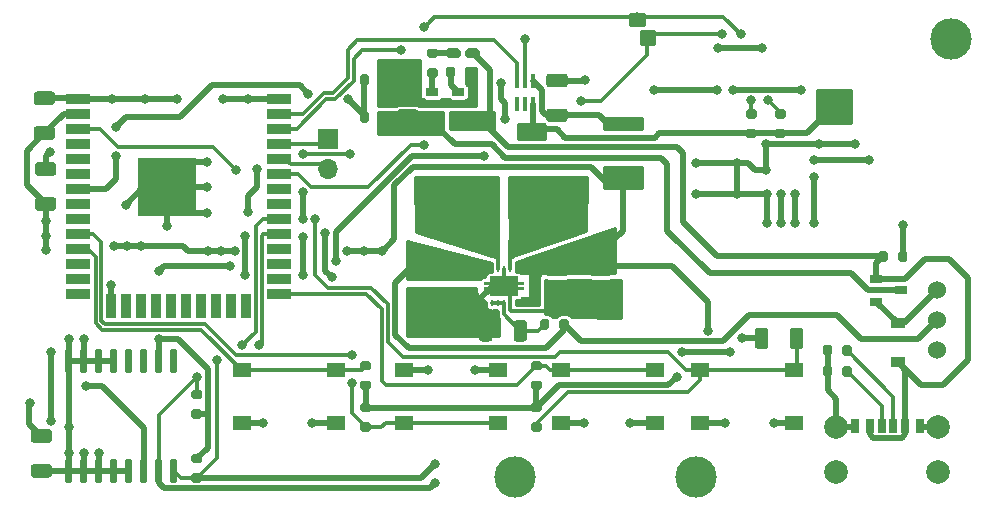
<source format=gtl>
G04 #@! TF.GenerationSoftware,KiCad,Pcbnew,5.1.9-73d0e3b20d~88~ubuntu20.04.1*
G04 #@! TF.CreationDate,2021-01-28T23:43:33+05:30*
G04 #@! TF.ProjectId,open_authenticator,6f70656e-5f61-4757-9468-656e74696361,v01*
G04 #@! TF.SameCoordinates,Original*
G04 #@! TF.FileFunction,Copper,L1,Top*
G04 #@! TF.FilePolarity,Positive*
%FSLAX46Y46*%
G04 Gerber Fmt 4.6, Leading zero omitted, Abs format (unit mm)*
G04 Created by KiCad (PCBNEW 5.1.9-73d0e3b20d~88~ubuntu20.04.1) date 2021-01-28 23:43:33*
%MOMM*%
%LPD*%
G01*
G04 APERTURE LIST*
G04 #@! TA.AperFunction,ComponentPad*
%ADD10C,3.500000*%
G04 #@! TD*
G04 #@! TA.AperFunction,SMDPad,CuDef*
%ADD11R,1.550000X1.300000*%
G04 #@! TD*
G04 #@! TA.AperFunction,SMDPad,CuDef*
%ADD12R,0.700000X1.200000*%
G04 #@! TD*
G04 #@! TA.AperFunction,SMDPad,CuDef*
%ADD13R,0.760000X1.200000*%
G04 #@! TD*
G04 #@! TA.AperFunction,SMDPad,CuDef*
%ADD14R,0.800000X1.200000*%
G04 #@! TD*
G04 #@! TA.AperFunction,ComponentPad*
%ADD15C,2.000000*%
G04 #@! TD*
G04 #@! TA.AperFunction,SMDPad,CuDef*
%ADD16R,1.200000X0.900000*%
G04 #@! TD*
G04 #@! TA.AperFunction,SMDPad,CuDef*
%ADD17R,0.240000X0.600000*%
G04 #@! TD*
G04 #@! TA.AperFunction,SMDPad,CuDef*
%ADD18C,0.100000*%
G04 #@! TD*
G04 #@! TA.AperFunction,ComponentPad*
%ADD19C,0.600000*%
G04 #@! TD*
G04 #@! TA.AperFunction,SMDPad,CuDef*
%ADD20R,0.400000X1.200000*%
G04 #@! TD*
G04 #@! TA.AperFunction,SMDPad,CuDef*
%ADD21R,2.200000X3.050000*%
G04 #@! TD*
G04 #@! TA.AperFunction,SMDPad,CuDef*
%ADD22R,1.100000X0.650000*%
G04 #@! TD*
G04 #@! TA.AperFunction,SMDPad,CuDef*
%ADD23R,2.000000X0.900000*%
G04 #@! TD*
G04 #@! TA.AperFunction,SMDPad,CuDef*
%ADD24R,0.900000X2.000000*%
G04 #@! TD*
G04 #@! TA.AperFunction,SMDPad,CuDef*
%ADD25R,5.000000X5.000000*%
G04 #@! TD*
G04 #@! TA.AperFunction,SMDPad,CuDef*
%ADD26R,1.060000X0.650000*%
G04 #@! TD*
G04 #@! TA.AperFunction,ComponentPad*
%ADD27R,1.700000X1.700000*%
G04 #@! TD*
G04 #@! TA.AperFunction,ComponentPad*
%ADD28O,1.700000X1.700000*%
G04 #@! TD*
G04 #@! TA.AperFunction,ComponentPad*
%ADD29C,1.524000*%
G04 #@! TD*
G04 #@! TA.AperFunction,ViaPad*
%ADD30C,0.800000*%
G04 #@! TD*
G04 #@! TA.AperFunction,Conductor*
%ADD31C,0.300000*%
G04 #@! TD*
G04 #@! TA.AperFunction,Conductor*
%ADD32C,0.500000*%
G04 #@! TD*
G04 #@! TA.AperFunction,Conductor*
%ADD33C,0.254000*%
G04 #@! TD*
G04 #@! TA.AperFunction,Conductor*
%ADD34C,0.100000*%
G04 #@! TD*
G04 APERTURE END LIST*
D10*
X132422900Y-119659400D03*
X147802600Y-119659400D03*
X169395140Y-82555080D03*
D11*
X156075000Y-110600000D03*
X156075000Y-115100000D03*
X148125000Y-115100000D03*
X148125000Y-110600000D03*
D12*
X163480000Y-115311720D03*
D13*
X165500000Y-115311720D03*
D14*
X166730000Y-115311720D03*
D12*
X164480000Y-115311720D03*
D13*
X162460000Y-115311720D03*
D14*
X161230000Y-115311720D03*
D15*
X159660000Y-119261720D03*
X168300000Y-119261720D03*
X168300000Y-115461720D03*
X159660000Y-115461720D03*
D11*
X109300000Y-110600000D03*
X109300000Y-115100000D03*
X117250000Y-115100000D03*
X117250000Y-110600000D03*
G04 #@! TA.AperFunction,SMDPad,CuDef*
G36*
G01*
X105775000Y-113075000D02*
X105225000Y-113075000D01*
G75*
G02*
X105025000Y-112875000I0J200000D01*
G01*
X105025000Y-112475000D01*
G75*
G02*
X105225000Y-112275000I200000J0D01*
G01*
X105775000Y-112275000D01*
G75*
G02*
X105975000Y-112475000I0J-200000D01*
G01*
X105975000Y-112875000D01*
G75*
G02*
X105775000Y-113075000I-200000J0D01*
G01*
G37*
G04 #@! TD.AperFunction*
G04 #@! TA.AperFunction,SMDPad,CuDef*
G36*
G01*
X105775000Y-114725000D02*
X105225000Y-114725000D01*
G75*
G02*
X105025000Y-114525000I0J200000D01*
G01*
X105025000Y-114125000D01*
G75*
G02*
X105225000Y-113925000I200000J0D01*
G01*
X105775000Y-113925000D01*
G75*
G02*
X105975000Y-114125000I0J-200000D01*
G01*
X105975000Y-114525000D01*
G75*
G02*
X105775000Y-114725000I-200000J0D01*
G01*
G37*
G04 #@! TD.AperFunction*
D16*
X164833300Y-106647980D03*
X164833300Y-109947980D03*
G04 #@! TA.AperFunction,SMDPad,CuDef*
G36*
G01*
X155184520Y-90975900D02*
X154634520Y-90975900D01*
G75*
G02*
X154434520Y-90775900I0J200000D01*
G01*
X154434520Y-90375900D01*
G75*
G02*
X154634520Y-90175900I200000J0D01*
G01*
X155184520Y-90175900D01*
G75*
G02*
X155384520Y-90375900I0J-200000D01*
G01*
X155384520Y-90775900D01*
G75*
G02*
X155184520Y-90975900I-200000J0D01*
G01*
G37*
G04 #@! TD.AperFunction*
G04 #@! TA.AperFunction,SMDPad,CuDef*
G36*
G01*
X155184520Y-89325900D02*
X154634520Y-89325900D01*
G75*
G02*
X154434520Y-89125900I0J200000D01*
G01*
X154434520Y-88725900D01*
G75*
G02*
X154634520Y-88525900I200000J0D01*
G01*
X155184520Y-88525900D01*
G75*
G02*
X155384520Y-88725900I0J-200000D01*
G01*
X155384520Y-89125900D01*
G75*
G02*
X155184520Y-89325900I-200000J0D01*
G01*
G37*
G04 #@! TD.AperFunction*
G04 #@! TA.AperFunction,SMDPad,CuDef*
G36*
G01*
X152718180Y-90983520D02*
X152168180Y-90983520D01*
G75*
G02*
X151968180Y-90783520I0J200000D01*
G01*
X151968180Y-90383520D01*
G75*
G02*
X152168180Y-90183520I200000J0D01*
G01*
X152718180Y-90183520D01*
G75*
G02*
X152918180Y-90383520I0J-200000D01*
G01*
X152918180Y-90783520D01*
G75*
G02*
X152718180Y-90983520I-200000J0D01*
G01*
G37*
G04 #@! TD.AperFunction*
G04 #@! TA.AperFunction,SMDPad,CuDef*
G36*
G01*
X152718180Y-89333520D02*
X152168180Y-89333520D01*
G75*
G02*
X151968180Y-89133520I0J200000D01*
G01*
X151968180Y-88733520D01*
G75*
G02*
X152168180Y-88533520I200000J0D01*
G01*
X152718180Y-88533520D01*
G75*
G02*
X152918180Y-88733520I0J-200000D01*
G01*
X152918180Y-89133520D01*
G75*
G02*
X152718180Y-89333520I-200000J0D01*
G01*
G37*
G04 #@! TD.AperFunction*
G04 #@! TA.AperFunction,SMDPad,CuDef*
G36*
G01*
X123674999Y-104475000D02*
X124975001Y-104475000D01*
G75*
G02*
X125225000Y-104724999I0J-249999D01*
G01*
X125225000Y-105375001D01*
G75*
G02*
X124975001Y-105625000I-249999J0D01*
G01*
X123674999Y-105625000D01*
G75*
G02*
X123425000Y-105375001I0J249999D01*
G01*
X123425000Y-104724999D01*
G75*
G02*
X123674999Y-104475000I249999J0D01*
G01*
G37*
G04 #@! TD.AperFunction*
G04 #@! TA.AperFunction,SMDPad,CuDef*
G36*
G01*
X123674999Y-101525000D02*
X124975001Y-101525000D01*
G75*
G02*
X125225000Y-101774999I0J-249999D01*
G01*
X125225000Y-102425001D01*
G75*
G02*
X124975001Y-102675000I-249999J0D01*
G01*
X123674999Y-102675000D01*
G75*
G02*
X123425000Y-102425001I0J249999D01*
G01*
X123425000Y-101774999D01*
G75*
G02*
X123674999Y-101525000I249999J0D01*
G01*
G37*
G04 #@! TD.AperFunction*
D17*
X132500000Y-102100000D03*
X132000000Y-102100000D03*
X131500000Y-102100000D03*
X131000000Y-102100000D03*
X130500000Y-102100000D03*
X130500000Y-104900000D03*
X131000000Y-104900000D03*
X131500000Y-104900000D03*
X132000000Y-104900000D03*
X132500000Y-104900000D03*
G04 #@! TA.AperFunction,SMDPad,CuDef*
D18*
G36*
X132700000Y-103375000D02*
G01*
X132700000Y-103625000D01*
X133200000Y-103625000D01*
X133200000Y-103875000D01*
X132700000Y-103875000D01*
X132700000Y-104325000D01*
X130300000Y-104325000D01*
X130300000Y-103875000D01*
X129800000Y-103875000D01*
X129800000Y-103625000D01*
X130300000Y-103625000D01*
X130300000Y-103375000D01*
X129800000Y-103375000D01*
X129800000Y-103125000D01*
X130300000Y-103125000D01*
X130300000Y-102675000D01*
X132700000Y-102675000D01*
X132700000Y-103125000D01*
X133200000Y-103125000D01*
X133200000Y-103375000D01*
X132700000Y-103375000D01*
G37*
G04 #@! TD.AperFunction*
D19*
X130550000Y-103500000D03*
X131500000Y-102925000D03*
X131500000Y-104075000D03*
X132450000Y-103500000D03*
G04 #@! TA.AperFunction,SMDPad,CuDef*
G36*
G01*
X91699999Y-118575000D02*
X93000001Y-118575000D01*
G75*
G02*
X93250000Y-118824999I0J-249999D01*
G01*
X93250000Y-119475001D01*
G75*
G02*
X93000001Y-119725000I-249999J0D01*
G01*
X91699999Y-119725000D01*
G75*
G02*
X91450000Y-119475001I0J249999D01*
G01*
X91450000Y-118824999D01*
G75*
G02*
X91699999Y-118575000I249999J0D01*
G01*
G37*
G04 #@! TD.AperFunction*
G04 #@! TA.AperFunction,SMDPad,CuDef*
G36*
G01*
X91699999Y-115625000D02*
X93000001Y-115625000D01*
G75*
G02*
X93250000Y-115874999I0J-249999D01*
G01*
X93250000Y-116525001D01*
G75*
G02*
X93000001Y-116775000I-249999J0D01*
G01*
X91699999Y-116775000D01*
G75*
G02*
X91450000Y-116525001I0J249999D01*
G01*
X91450000Y-115874999D01*
G75*
G02*
X91699999Y-115625000I249999J0D01*
G01*
G37*
G04 #@! TD.AperFunction*
G04 #@! TA.AperFunction,SMDPad,CuDef*
G36*
G01*
X91949999Y-87025000D02*
X93250001Y-87025000D01*
G75*
G02*
X93500000Y-87274999I0J-249999D01*
G01*
X93500000Y-87925001D01*
G75*
G02*
X93250001Y-88175000I-249999J0D01*
G01*
X91949999Y-88175000D01*
G75*
G02*
X91700000Y-87925001I0J249999D01*
G01*
X91700000Y-87274999D01*
G75*
G02*
X91949999Y-87025000I249999J0D01*
G01*
G37*
G04 #@! TD.AperFunction*
G04 #@! TA.AperFunction,SMDPad,CuDef*
G36*
G01*
X91949999Y-89975000D02*
X93250001Y-89975000D01*
G75*
G02*
X93500000Y-90224999I0J-249999D01*
G01*
X93500000Y-90875001D01*
G75*
G02*
X93250001Y-91125000I-249999J0D01*
G01*
X91949999Y-91125000D01*
G75*
G02*
X91700000Y-90875001I0J249999D01*
G01*
X91700000Y-90224999D01*
G75*
G02*
X91949999Y-89975000I249999J0D01*
G01*
G37*
G04 #@! TD.AperFunction*
G04 #@! TA.AperFunction,SMDPad,CuDef*
G36*
G01*
X93350001Y-97125000D02*
X92049999Y-97125000D01*
G75*
G02*
X91800000Y-96875001I0J249999D01*
G01*
X91800000Y-96224999D01*
G75*
G02*
X92049999Y-95975000I249999J0D01*
G01*
X93350001Y-95975000D01*
G75*
G02*
X93600000Y-96224999I0J-249999D01*
G01*
X93600000Y-96875001D01*
G75*
G02*
X93350001Y-97125000I-249999J0D01*
G01*
G37*
G04 #@! TD.AperFunction*
G04 #@! TA.AperFunction,SMDPad,CuDef*
G36*
G01*
X93350001Y-94175000D02*
X92049999Y-94175000D01*
G75*
G02*
X91800000Y-93925001I0J249999D01*
G01*
X91800000Y-93274999D01*
G75*
G02*
X92049999Y-93025000I249999J0D01*
G01*
X93350001Y-93025000D01*
G75*
G02*
X93600000Y-93274999I0J-249999D01*
G01*
X93600000Y-93925001D01*
G75*
G02*
X93350001Y-94175000I-249999J0D01*
G01*
G37*
G04 #@! TD.AperFunction*
G04 #@! TA.AperFunction,SMDPad,CuDef*
G36*
G01*
X156854720Y-107285379D02*
X156854720Y-108585381D01*
G75*
G02*
X156604721Y-108835380I-249999J0D01*
G01*
X155954719Y-108835380D01*
G75*
G02*
X155704720Y-108585381I0J249999D01*
G01*
X155704720Y-107285379D01*
G75*
G02*
X155954719Y-107035380I249999J0D01*
G01*
X156604721Y-107035380D01*
G75*
G02*
X156854720Y-107285379I0J-249999D01*
G01*
G37*
G04 #@! TD.AperFunction*
G04 #@! TA.AperFunction,SMDPad,CuDef*
G36*
G01*
X153904720Y-107285379D02*
X153904720Y-108585381D01*
G75*
G02*
X153654721Y-108835380I-249999J0D01*
G01*
X153004719Y-108835380D01*
G75*
G02*
X152754720Y-108585381I0J249999D01*
G01*
X152754720Y-107285379D01*
G75*
G02*
X153004719Y-107035380I249999J0D01*
G01*
X153654721Y-107035380D01*
G75*
G02*
X153904720Y-107285379I0J-249999D01*
G01*
G37*
G04 #@! TD.AperFunction*
G04 #@! TA.AperFunction,SMDPad,CuDef*
G36*
G01*
X122699999Y-85575000D02*
X124000001Y-85575000D01*
G75*
G02*
X124250000Y-85824999I0J-249999D01*
G01*
X124250000Y-86475001D01*
G75*
G02*
X124000001Y-86725000I-249999J0D01*
G01*
X122699999Y-86725000D01*
G75*
G02*
X122450000Y-86475001I0J249999D01*
G01*
X122450000Y-85824999D01*
G75*
G02*
X122699999Y-85575000I249999J0D01*
G01*
G37*
G04 #@! TD.AperFunction*
G04 #@! TA.AperFunction,SMDPad,CuDef*
G36*
G01*
X122699999Y-88525000D02*
X124000001Y-88525000D01*
G75*
G02*
X124250000Y-88774999I0J-249999D01*
G01*
X124250000Y-89425001D01*
G75*
G02*
X124000001Y-89675000I-249999J0D01*
G01*
X122699999Y-89675000D01*
G75*
G02*
X122450000Y-89425001I0J249999D01*
G01*
X122450000Y-88774999D01*
G75*
G02*
X122699999Y-88525000I249999J0D01*
G01*
G37*
G04 #@! TD.AperFunction*
G04 #@! TA.AperFunction,SMDPad,CuDef*
G36*
G01*
X135349999Y-88475000D02*
X136650001Y-88475000D01*
G75*
G02*
X136900000Y-88724999I0J-249999D01*
G01*
X136900000Y-89375001D01*
G75*
G02*
X136650001Y-89625000I-249999J0D01*
G01*
X135349999Y-89625000D01*
G75*
G02*
X135100000Y-89375001I0J249999D01*
G01*
X135100000Y-88724999D01*
G75*
G02*
X135349999Y-88475000I249999J0D01*
G01*
G37*
G04 #@! TD.AperFunction*
G04 #@! TA.AperFunction,SMDPad,CuDef*
G36*
G01*
X135349999Y-85525000D02*
X136650001Y-85525000D01*
G75*
G02*
X136900000Y-85774999I0J-249999D01*
G01*
X136900000Y-86425001D01*
G75*
G02*
X136650001Y-86675000I-249999J0D01*
G01*
X135349999Y-86675000D01*
G75*
G02*
X135100000Y-86425001I0J249999D01*
G01*
X135100000Y-85774999D01*
G75*
G02*
X135349999Y-85525000I249999J0D01*
G01*
G37*
G04 #@! TD.AperFunction*
G04 #@! TA.AperFunction,SMDPad,CuDef*
G36*
G01*
X126449999Y-104475000D02*
X127750001Y-104475000D01*
G75*
G02*
X128000000Y-104724999I0J-249999D01*
G01*
X128000000Y-105375001D01*
G75*
G02*
X127750001Y-105625000I-249999J0D01*
G01*
X126449999Y-105625000D01*
G75*
G02*
X126200000Y-105375001I0J249999D01*
G01*
X126200000Y-104724999D01*
G75*
G02*
X126449999Y-104475000I249999J0D01*
G01*
G37*
G04 #@! TD.AperFunction*
G04 #@! TA.AperFunction,SMDPad,CuDef*
G36*
G01*
X126449999Y-101525000D02*
X127750001Y-101525000D01*
G75*
G02*
X128000000Y-101774999I0J-249999D01*
G01*
X128000000Y-102425001D01*
G75*
G02*
X127750001Y-102675000I-249999J0D01*
G01*
X126449999Y-102675000D01*
G75*
G02*
X126200000Y-102425001I0J249999D01*
G01*
X126200000Y-101774999D01*
G75*
G02*
X126449999Y-101525000I249999J0D01*
G01*
G37*
G04 #@! TD.AperFunction*
G04 #@! TA.AperFunction,SMDPad,CuDef*
G36*
G01*
X130525000Y-106649999D02*
X130525000Y-107950001D01*
G75*
G02*
X130275001Y-108200000I-249999J0D01*
G01*
X129624999Y-108200000D01*
G75*
G02*
X129375000Y-107950001I0J249999D01*
G01*
X129375000Y-106649999D01*
G75*
G02*
X129624999Y-106400000I249999J0D01*
G01*
X130275001Y-106400000D01*
G75*
G02*
X130525000Y-106649999I0J-249999D01*
G01*
G37*
G04 #@! TD.AperFunction*
G04 #@! TA.AperFunction,SMDPad,CuDef*
G36*
G01*
X133475000Y-106649999D02*
X133475000Y-107950001D01*
G75*
G02*
X133225001Y-108200000I-249999J0D01*
G01*
X132574999Y-108200000D01*
G75*
G02*
X132325000Y-107950001I0J249999D01*
G01*
X132325000Y-106649999D01*
G75*
G02*
X132574999Y-106400000I249999J0D01*
G01*
X133225001Y-106400000D01*
G75*
G02*
X133475000Y-106649999I0J-249999D01*
G01*
G37*
G04 #@! TD.AperFunction*
G04 #@! TA.AperFunction,SMDPad,CuDef*
G36*
G01*
X135349999Y-101525000D02*
X136650001Y-101525000D01*
G75*
G02*
X136900000Y-101774999I0J-249999D01*
G01*
X136900000Y-102425001D01*
G75*
G02*
X136650001Y-102675000I-249999J0D01*
G01*
X135349999Y-102675000D01*
G75*
G02*
X135100000Y-102425001I0J249999D01*
G01*
X135100000Y-101774999D01*
G75*
G02*
X135349999Y-101525000I249999J0D01*
G01*
G37*
G04 #@! TD.AperFunction*
G04 #@! TA.AperFunction,SMDPad,CuDef*
G36*
G01*
X135349999Y-104475000D02*
X136650001Y-104475000D01*
G75*
G02*
X136900000Y-104724999I0J-249999D01*
G01*
X136900000Y-105375001D01*
G75*
G02*
X136650001Y-105625000I-249999J0D01*
G01*
X135349999Y-105625000D01*
G75*
G02*
X135100000Y-105375001I0J249999D01*
G01*
X135100000Y-104724999D01*
G75*
G02*
X135349999Y-104475000I249999J0D01*
G01*
G37*
G04 #@! TD.AperFunction*
G04 #@! TA.AperFunction,SMDPad,CuDef*
G36*
G01*
X139049999Y-104475000D02*
X140350001Y-104475000D01*
G75*
G02*
X140600000Y-104724999I0J-249999D01*
G01*
X140600000Y-105375001D01*
G75*
G02*
X140350001Y-105625000I-249999J0D01*
G01*
X139049999Y-105625000D01*
G75*
G02*
X138800000Y-105375001I0J249999D01*
G01*
X138800000Y-104724999D01*
G75*
G02*
X139049999Y-104475000I249999J0D01*
G01*
G37*
G04 #@! TD.AperFunction*
G04 #@! TA.AperFunction,SMDPad,CuDef*
G36*
G01*
X139049999Y-101525000D02*
X140350001Y-101525000D01*
G75*
G02*
X140600000Y-101774999I0J-249999D01*
G01*
X140600000Y-102425001D01*
G75*
G02*
X140350001Y-102675000I-249999J0D01*
G01*
X139049999Y-102675000D01*
G75*
G02*
X138800000Y-102425001I0J249999D01*
G01*
X138800000Y-101774999D01*
G75*
G02*
X139049999Y-101525000I249999J0D01*
G01*
G37*
G04 #@! TD.AperFunction*
G04 #@! TA.AperFunction,SMDPad,CuDef*
G36*
G01*
X128237500Y-84012500D02*
X128237500Y-83587500D01*
G75*
G02*
X128450000Y-83375000I212500J0D01*
G01*
X129250000Y-83375000D01*
G75*
G02*
X129462500Y-83587500I0J-212500D01*
G01*
X129462500Y-84012500D01*
G75*
G02*
X129250000Y-84225000I-212500J0D01*
G01*
X128450000Y-84225000D01*
G75*
G02*
X128237500Y-84012500I0J212500D01*
G01*
G37*
G04 #@! TD.AperFunction*
G04 #@! TA.AperFunction,SMDPad,CuDef*
G36*
G01*
X126612500Y-84012500D02*
X126612500Y-83587500D01*
G75*
G02*
X126825000Y-83375000I212500J0D01*
G01*
X127625000Y-83375000D01*
G75*
G02*
X127837500Y-83587500I0J-212500D01*
G01*
X127837500Y-84012500D01*
G75*
G02*
X127625000Y-84225000I-212500J0D01*
G01*
X126825000Y-84225000D01*
G75*
G02*
X126612500Y-84012500I0J212500D01*
G01*
G37*
G04 #@! TD.AperFunction*
D20*
X133950000Y-88050000D03*
X133300000Y-88050000D03*
X132650000Y-88050000D03*
X132650000Y-86150000D03*
X133300000Y-86150000D03*
X133950000Y-86150000D03*
D21*
X126500000Y-95850000D03*
X135800000Y-95850000D03*
D22*
X163051780Y-102900600D03*
X163051780Y-104820600D03*
X165151780Y-103860600D03*
G04 #@! TA.AperFunction,SMDPad,CuDef*
G36*
G01*
X135350000Y-106475000D02*
X135350000Y-107025000D01*
G75*
G02*
X135150000Y-107225000I-200000J0D01*
G01*
X134750000Y-107225000D01*
G75*
G02*
X134550000Y-107025000I0J200000D01*
G01*
X134550000Y-106475000D01*
G75*
G02*
X134750000Y-106275000I200000J0D01*
G01*
X135150000Y-106275000D01*
G75*
G02*
X135350000Y-106475000I0J-200000D01*
G01*
G37*
G04 #@! TD.AperFunction*
G04 #@! TA.AperFunction,SMDPad,CuDef*
G36*
G01*
X137000000Y-106475000D02*
X137000000Y-107025000D01*
G75*
G02*
X136800000Y-107225000I-200000J0D01*
G01*
X136400000Y-107225000D01*
G75*
G02*
X136200000Y-107025000I0J200000D01*
G01*
X136200000Y-106475000D01*
G75*
G02*
X136400000Y-106275000I200000J0D01*
G01*
X136800000Y-106275000D01*
G75*
G02*
X137000000Y-106475000I0J-200000D01*
G01*
G37*
G04 #@! TD.AperFunction*
G04 #@! TA.AperFunction,SMDPad,CuDef*
G36*
G01*
X105225000Y-117700000D02*
X105775000Y-117700000D01*
G75*
G02*
X105975000Y-117900000I0J-200000D01*
G01*
X105975000Y-118300000D01*
G75*
G02*
X105775000Y-118500000I-200000J0D01*
G01*
X105225000Y-118500000D01*
G75*
G02*
X105025000Y-118300000I0J200000D01*
G01*
X105025000Y-117900000D01*
G75*
G02*
X105225000Y-117700000I200000J0D01*
G01*
G37*
G04 #@! TD.AperFunction*
G04 #@! TA.AperFunction,SMDPad,CuDef*
G36*
G01*
X105225000Y-119350000D02*
X105775000Y-119350000D01*
G75*
G02*
X105975000Y-119550000I0J-200000D01*
G01*
X105975000Y-119950000D01*
G75*
G02*
X105775000Y-120150000I-200000J0D01*
G01*
X105225000Y-120150000D01*
G75*
G02*
X105025000Y-119950000I0J200000D01*
G01*
X105025000Y-119550000D01*
G75*
G02*
X105225000Y-119350000I200000J0D01*
G01*
G37*
G04 #@! TD.AperFunction*
G04 #@! TA.AperFunction,SMDPad,CuDef*
G36*
G01*
X120075000Y-112300000D02*
X119525000Y-112300000D01*
G75*
G02*
X119325000Y-112100000I0J200000D01*
G01*
X119325000Y-111700000D01*
G75*
G02*
X119525000Y-111500000I200000J0D01*
G01*
X120075000Y-111500000D01*
G75*
G02*
X120275000Y-111700000I0J-200000D01*
G01*
X120275000Y-112100000D01*
G75*
G02*
X120075000Y-112300000I-200000J0D01*
G01*
G37*
G04 #@! TD.AperFunction*
G04 #@! TA.AperFunction,SMDPad,CuDef*
G36*
G01*
X120075000Y-110650000D02*
X119525000Y-110650000D01*
G75*
G02*
X119325000Y-110450000I0J200000D01*
G01*
X119325000Y-110050000D01*
G75*
G02*
X119525000Y-109850000I200000J0D01*
G01*
X120075000Y-109850000D01*
G75*
G02*
X120275000Y-110050000I0J-200000D01*
G01*
X120275000Y-110450000D01*
G75*
G02*
X120075000Y-110650000I-200000J0D01*
G01*
G37*
G04 #@! TD.AperFunction*
G04 #@! TA.AperFunction,SMDPad,CuDef*
G36*
G01*
X133975000Y-115047580D02*
X134525000Y-115047580D01*
G75*
G02*
X134725000Y-115247580I0J-200000D01*
G01*
X134725000Y-115647580D01*
G75*
G02*
X134525000Y-115847580I-200000J0D01*
G01*
X133975000Y-115847580D01*
G75*
G02*
X133775000Y-115647580I0J200000D01*
G01*
X133775000Y-115247580D01*
G75*
G02*
X133975000Y-115047580I200000J0D01*
G01*
G37*
G04 #@! TD.AperFunction*
G04 #@! TA.AperFunction,SMDPad,CuDef*
G36*
G01*
X133975000Y-113397580D02*
X134525000Y-113397580D01*
G75*
G02*
X134725000Y-113597580I0J-200000D01*
G01*
X134725000Y-113997580D01*
G75*
G02*
X134525000Y-114197580I-200000J0D01*
G01*
X133975000Y-114197580D01*
G75*
G02*
X133775000Y-113997580I0J200000D01*
G01*
X133775000Y-113597580D01*
G75*
G02*
X133975000Y-113397580I200000J0D01*
G01*
G37*
G04 #@! TD.AperFunction*
G04 #@! TA.AperFunction,SMDPad,CuDef*
G36*
G01*
X134525000Y-112300000D02*
X133975000Y-112300000D01*
G75*
G02*
X133775000Y-112100000I0J200000D01*
G01*
X133775000Y-111700000D01*
G75*
G02*
X133975000Y-111500000I200000J0D01*
G01*
X134525000Y-111500000D01*
G75*
G02*
X134725000Y-111700000I0J-200000D01*
G01*
X134725000Y-112100000D01*
G75*
G02*
X134525000Y-112300000I-200000J0D01*
G01*
G37*
G04 #@! TD.AperFunction*
G04 #@! TA.AperFunction,SMDPad,CuDef*
G36*
G01*
X134525000Y-110650000D02*
X133975000Y-110650000D01*
G75*
G02*
X133775000Y-110450000I0J200000D01*
G01*
X133775000Y-110050000D01*
G75*
G02*
X133975000Y-109850000I200000J0D01*
G01*
X134525000Y-109850000D01*
G75*
G02*
X134725000Y-110050000I0J-200000D01*
G01*
X134725000Y-110450000D01*
G75*
G02*
X134525000Y-110650000I-200000J0D01*
G01*
G37*
G04 #@! TD.AperFunction*
G04 #@! TA.AperFunction,SMDPad,CuDef*
G36*
G01*
X128250000Y-85675000D02*
X128250000Y-85125000D01*
G75*
G02*
X128450000Y-84925000I200000J0D01*
G01*
X128850000Y-84925000D01*
G75*
G02*
X129050000Y-85125000I0J-200000D01*
G01*
X129050000Y-85675000D01*
G75*
G02*
X128850000Y-85875000I-200000J0D01*
G01*
X128450000Y-85875000D01*
G75*
G02*
X128250000Y-85675000I0J200000D01*
G01*
G37*
G04 #@! TD.AperFunction*
G04 #@! TA.AperFunction,SMDPad,CuDef*
G36*
G01*
X126600000Y-85675000D02*
X126600000Y-85125000D01*
G75*
G02*
X126800000Y-84925000I200000J0D01*
G01*
X127200000Y-84925000D01*
G75*
G02*
X127400000Y-85125000I0J-200000D01*
G01*
X127400000Y-85675000D01*
G75*
G02*
X127200000Y-85875000I-200000J0D01*
G01*
X126800000Y-85875000D01*
G75*
G02*
X126600000Y-85675000I0J200000D01*
G01*
G37*
G04 #@! TD.AperFunction*
G04 #@! TA.AperFunction,SMDPad,CuDef*
G36*
G01*
X125725000Y-85850000D02*
X125175000Y-85850000D01*
G75*
G02*
X124975000Y-85650000I0J200000D01*
G01*
X124975000Y-85250000D01*
G75*
G02*
X125175000Y-85050000I200000J0D01*
G01*
X125725000Y-85050000D01*
G75*
G02*
X125925000Y-85250000I0J-200000D01*
G01*
X125925000Y-85650000D01*
G75*
G02*
X125725000Y-85850000I-200000J0D01*
G01*
G37*
G04 #@! TD.AperFunction*
G04 #@! TA.AperFunction,SMDPad,CuDef*
G36*
G01*
X125725000Y-84200000D02*
X125175000Y-84200000D01*
G75*
G02*
X124975000Y-84000000I0J200000D01*
G01*
X124975000Y-83600000D01*
G75*
G02*
X125175000Y-83400000I200000J0D01*
G01*
X125725000Y-83400000D01*
G75*
G02*
X125925000Y-83600000I0J-200000D01*
G01*
X125925000Y-84000000D01*
G75*
G02*
X125725000Y-84200000I-200000J0D01*
G01*
G37*
G04 #@! TD.AperFunction*
G04 #@! TA.AperFunction,SMDPad,CuDef*
G36*
G01*
X120100000Y-88925000D02*
X120100000Y-89475000D01*
G75*
G02*
X119900000Y-89675000I-200000J0D01*
G01*
X119500000Y-89675000D01*
G75*
G02*
X119300000Y-89475000I0J200000D01*
G01*
X119300000Y-88925000D01*
G75*
G02*
X119500000Y-88725000I200000J0D01*
G01*
X119900000Y-88725000D01*
G75*
G02*
X120100000Y-88925000I0J-200000D01*
G01*
G37*
G04 #@! TD.AperFunction*
G04 #@! TA.AperFunction,SMDPad,CuDef*
G36*
G01*
X121750000Y-88925000D02*
X121750000Y-89475000D01*
G75*
G02*
X121550000Y-89675000I-200000J0D01*
G01*
X121150000Y-89675000D01*
G75*
G02*
X120950000Y-89475000I0J200000D01*
G01*
X120950000Y-88925000D01*
G75*
G02*
X121150000Y-88725000I200000J0D01*
G01*
X121550000Y-88725000D01*
G75*
G02*
X121750000Y-88925000I0J-200000D01*
G01*
G37*
G04 #@! TD.AperFunction*
G04 #@! TA.AperFunction,SMDPad,CuDef*
G36*
G01*
X119300000Y-86325000D02*
X119300000Y-85775000D01*
G75*
G02*
X119500000Y-85575000I200000J0D01*
G01*
X119900000Y-85575000D01*
G75*
G02*
X120100000Y-85775000I0J-200000D01*
G01*
X120100000Y-86325000D01*
G75*
G02*
X119900000Y-86525000I-200000J0D01*
G01*
X119500000Y-86525000D01*
G75*
G02*
X119300000Y-86325000I0J200000D01*
G01*
G37*
G04 #@! TD.AperFunction*
G04 #@! TA.AperFunction,SMDPad,CuDef*
G36*
G01*
X120950000Y-86325000D02*
X120950000Y-85775000D01*
G75*
G02*
X121150000Y-85575000I200000J0D01*
G01*
X121550000Y-85575000D01*
G75*
G02*
X121750000Y-85775000I0J-200000D01*
G01*
X121750000Y-86325000D01*
G75*
G02*
X121550000Y-86525000I-200000J0D01*
G01*
X121150000Y-86525000D01*
G75*
G02*
X120950000Y-86325000I0J200000D01*
G01*
G37*
G04 #@! TD.AperFunction*
G04 #@! TA.AperFunction,SMDPad,CuDef*
G36*
G01*
X158505440Y-109223220D02*
X158505440Y-108673220D01*
G75*
G02*
X158705440Y-108473220I200000J0D01*
G01*
X159105440Y-108473220D01*
G75*
G02*
X159305440Y-108673220I0J-200000D01*
G01*
X159305440Y-109223220D01*
G75*
G02*
X159105440Y-109423220I-200000J0D01*
G01*
X158705440Y-109423220D01*
G75*
G02*
X158505440Y-109223220I0J200000D01*
G01*
G37*
G04 #@! TD.AperFunction*
G04 #@! TA.AperFunction,SMDPad,CuDef*
G36*
G01*
X160155440Y-109223220D02*
X160155440Y-108673220D01*
G75*
G02*
X160355440Y-108473220I200000J0D01*
G01*
X160755440Y-108473220D01*
G75*
G02*
X160955440Y-108673220I0J-200000D01*
G01*
X160955440Y-109223220D01*
G75*
G02*
X160755440Y-109423220I-200000J0D01*
G01*
X160355440Y-109423220D01*
G75*
G02*
X160155440Y-109223220I0J200000D01*
G01*
G37*
G04 #@! TD.AperFunction*
G04 #@! TA.AperFunction,SMDPad,CuDef*
G36*
G01*
X160161660Y-111000000D02*
X160161660Y-110450000D01*
G75*
G02*
X160361660Y-110250000I200000J0D01*
G01*
X160761660Y-110250000D01*
G75*
G02*
X160961660Y-110450000I0J-200000D01*
G01*
X160961660Y-111000000D01*
G75*
G02*
X160761660Y-111200000I-200000J0D01*
G01*
X160361660Y-111200000D01*
G75*
G02*
X160161660Y-111000000I0J200000D01*
G01*
G37*
G04 #@! TD.AperFunction*
G04 #@! TA.AperFunction,SMDPad,CuDef*
G36*
G01*
X158511660Y-111000000D02*
X158511660Y-110450000D01*
G75*
G02*
X158711660Y-110250000I200000J0D01*
G01*
X159111660Y-110250000D01*
G75*
G02*
X159311660Y-110450000I0J-200000D01*
G01*
X159311660Y-111000000D01*
G75*
G02*
X159111660Y-111200000I-200000J0D01*
G01*
X158711660Y-111200000D01*
G75*
G02*
X158511660Y-111000000I0J200000D01*
G01*
G37*
G04 #@! TD.AperFunction*
G04 #@! TA.AperFunction,SMDPad,CuDef*
G36*
G01*
X163224260Y-101270480D02*
X163224260Y-100720480D01*
G75*
G02*
X163424260Y-100520480I200000J0D01*
G01*
X163824260Y-100520480D01*
G75*
G02*
X164024260Y-100720480I0J-200000D01*
G01*
X164024260Y-101270480D01*
G75*
G02*
X163824260Y-101470480I-200000J0D01*
G01*
X163424260Y-101470480D01*
G75*
G02*
X163224260Y-101270480I0J200000D01*
G01*
G37*
G04 #@! TD.AperFunction*
G04 #@! TA.AperFunction,SMDPad,CuDef*
G36*
G01*
X164874260Y-101270480D02*
X164874260Y-100720480D01*
G75*
G02*
X165074260Y-100520480I200000J0D01*
G01*
X165474260Y-100520480D01*
G75*
G02*
X165674260Y-100720480I0J-200000D01*
G01*
X165674260Y-101270480D01*
G75*
G02*
X165474260Y-101470480I-200000J0D01*
G01*
X165074260Y-101470480D01*
G75*
G02*
X164874260Y-101270480I0J200000D01*
G01*
G37*
G04 #@! TD.AperFunction*
G04 #@! TA.AperFunction,SMDPad,CuDef*
G36*
G01*
X119525000Y-115047580D02*
X120075000Y-115047580D01*
G75*
G02*
X120275000Y-115247580I0J-200000D01*
G01*
X120275000Y-115647580D01*
G75*
G02*
X120075000Y-115847580I-200000J0D01*
G01*
X119525000Y-115847580D01*
G75*
G02*
X119325000Y-115647580I0J200000D01*
G01*
X119325000Y-115247580D01*
G75*
G02*
X119525000Y-115047580I200000J0D01*
G01*
G37*
G04 #@! TD.AperFunction*
G04 #@! TA.AperFunction,SMDPad,CuDef*
G36*
G01*
X119525000Y-113397580D02*
X120075000Y-113397580D01*
G75*
G02*
X120275000Y-113597580I0J-200000D01*
G01*
X120275000Y-113997580D01*
G75*
G02*
X120075000Y-114197580I-200000J0D01*
G01*
X119525000Y-114197580D01*
G75*
G02*
X119325000Y-113997580I0J200000D01*
G01*
X119325000Y-113597580D01*
G75*
G02*
X119525000Y-113397580I200000J0D01*
G01*
G37*
G04 #@! TD.AperFunction*
D11*
X123025000Y-115100000D03*
X123025000Y-110600000D03*
X130975000Y-110600000D03*
X130975000Y-115100000D03*
X136375000Y-110600000D03*
X136375000Y-115100000D03*
X144325000Y-115100000D03*
X144325000Y-110600000D03*
D23*
X112450000Y-87645000D03*
X112450000Y-88915000D03*
X112450000Y-90185000D03*
X112450000Y-91455000D03*
X112450000Y-92725000D03*
X112450000Y-93995000D03*
X112450000Y-95265000D03*
X112450000Y-96535000D03*
X112450000Y-97805000D03*
X112450000Y-99075000D03*
X112450000Y-100345000D03*
X112450000Y-101615000D03*
X112450000Y-102885000D03*
X112450000Y-104155000D03*
D24*
X109665000Y-105155000D03*
X108395000Y-105155000D03*
X107125000Y-105155000D03*
X105855000Y-105155000D03*
X104585000Y-105155000D03*
X103315000Y-105155000D03*
X102045000Y-105155000D03*
X100775000Y-105155000D03*
X99505000Y-105155000D03*
X98235000Y-105155000D03*
D23*
X95450000Y-104155000D03*
X95450000Y-102885000D03*
X95450000Y-101615000D03*
X95450000Y-100345000D03*
X95450000Y-99075000D03*
X95450000Y-97805000D03*
X95450000Y-96535000D03*
X95450000Y-95265000D03*
X95450000Y-93995000D03*
X95450000Y-92725000D03*
X95450000Y-91455000D03*
X95450000Y-90185000D03*
X95450000Y-88915000D03*
X95450000Y-87645000D03*
D25*
X102950000Y-95145000D03*
G04 #@! TA.AperFunction,SMDPad,CuDef*
G36*
G01*
X103395000Y-108825000D02*
X103695000Y-108825000D01*
G75*
G02*
X103845000Y-108975000I0J-150000D01*
G01*
X103845000Y-110725000D01*
G75*
G02*
X103695000Y-110875000I-150000J0D01*
G01*
X103395000Y-110875000D01*
G75*
G02*
X103245000Y-110725000I0J150000D01*
G01*
X103245000Y-108975000D01*
G75*
G02*
X103395000Y-108825000I150000J0D01*
G01*
G37*
G04 #@! TD.AperFunction*
G04 #@! TA.AperFunction,SMDPad,CuDef*
G36*
G01*
X102125000Y-108825000D02*
X102425000Y-108825000D01*
G75*
G02*
X102575000Y-108975000I0J-150000D01*
G01*
X102575000Y-110725000D01*
G75*
G02*
X102425000Y-110875000I-150000J0D01*
G01*
X102125000Y-110875000D01*
G75*
G02*
X101975000Y-110725000I0J150000D01*
G01*
X101975000Y-108975000D01*
G75*
G02*
X102125000Y-108825000I150000J0D01*
G01*
G37*
G04 #@! TD.AperFunction*
G04 #@! TA.AperFunction,SMDPad,CuDef*
G36*
G01*
X100855000Y-108825000D02*
X101155000Y-108825000D01*
G75*
G02*
X101305000Y-108975000I0J-150000D01*
G01*
X101305000Y-110725000D01*
G75*
G02*
X101155000Y-110875000I-150000J0D01*
G01*
X100855000Y-110875000D01*
G75*
G02*
X100705000Y-110725000I0J150000D01*
G01*
X100705000Y-108975000D01*
G75*
G02*
X100855000Y-108825000I150000J0D01*
G01*
G37*
G04 #@! TD.AperFunction*
G04 #@! TA.AperFunction,SMDPad,CuDef*
G36*
G01*
X99585000Y-108825000D02*
X99885000Y-108825000D01*
G75*
G02*
X100035000Y-108975000I0J-150000D01*
G01*
X100035000Y-110725000D01*
G75*
G02*
X99885000Y-110875000I-150000J0D01*
G01*
X99585000Y-110875000D01*
G75*
G02*
X99435000Y-110725000I0J150000D01*
G01*
X99435000Y-108975000D01*
G75*
G02*
X99585000Y-108825000I150000J0D01*
G01*
G37*
G04 #@! TD.AperFunction*
G04 #@! TA.AperFunction,SMDPad,CuDef*
G36*
G01*
X98315000Y-108825000D02*
X98615000Y-108825000D01*
G75*
G02*
X98765000Y-108975000I0J-150000D01*
G01*
X98765000Y-110725000D01*
G75*
G02*
X98615000Y-110875000I-150000J0D01*
G01*
X98315000Y-110875000D01*
G75*
G02*
X98165000Y-110725000I0J150000D01*
G01*
X98165000Y-108975000D01*
G75*
G02*
X98315000Y-108825000I150000J0D01*
G01*
G37*
G04 #@! TD.AperFunction*
G04 #@! TA.AperFunction,SMDPad,CuDef*
G36*
G01*
X97045000Y-108825000D02*
X97345000Y-108825000D01*
G75*
G02*
X97495000Y-108975000I0J-150000D01*
G01*
X97495000Y-110725000D01*
G75*
G02*
X97345000Y-110875000I-150000J0D01*
G01*
X97045000Y-110875000D01*
G75*
G02*
X96895000Y-110725000I0J150000D01*
G01*
X96895000Y-108975000D01*
G75*
G02*
X97045000Y-108825000I150000J0D01*
G01*
G37*
G04 #@! TD.AperFunction*
G04 #@! TA.AperFunction,SMDPad,CuDef*
G36*
G01*
X95775000Y-108825000D02*
X96075000Y-108825000D01*
G75*
G02*
X96225000Y-108975000I0J-150000D01*
G01*
X96225000Y-110725000D01*
G75*
G02*
X96075000Y-110875000I-150000J0D01*
G01*
X95775000Y-110875000D01*
G75*
G02*
X95625000Y-110725000I0J150000D01*
G01*
X95625000Y-108975000D01*
G75*
G02*
X95775000Y-108825000I150000J0D01*
G01*
G37*
G04 #@! TD.AperFunction*
G04 #@! TA.AperFunction,SMDPad,CuDef*
G36*
G01*
X94505000Y-108825000D02*
X94805000Y-108825000D01*
G75*
G02*
X94955000Y-108975000I0J-150000D01*
G01*
X94955000Y-110725000D01*
G75*
G02*
X94805000Y-110875000I-150000J0D01*
G01*
X94505000Y-110875000D01*
G75*
G02*
X94355000Y-110725000I0J150000D01*
G01*
X94355000Y-108975000D01*
G75*
G02*
X94505000Y-108825000I150000J0D01*
G01*
G37*
G04 #@! TD.AperFunction*
G04 #@! TA.AperFunction,SMDPad,CuDef*
G36*
G01*
X94505000Y-118125000D02*
X94805000Y-118125000D01*
G75*
G02*
X94955000Y-118275000I0J-150000D01*
G01*
X94955000Y-120025000D01*
G75*
G02*
X94805000Y-120175000I-150000J0D01*
G01*
X94505000Y-120175000D01*
G75*
G02*
X94355000Y-120025000I0J150000D01*
G01*
X94355000Y-118275000D01*
G75*
G02*
X94505000Y-118125000I150000J0D01*
G01*
G37*
G04 #@! TD.AperFunction*
G04 #@! TA.AperFunction,SMDPad,CuDef*
G36*
G01*
X95775000Y-118125000D02*
X96075000Y-118125000D01*
G75*
G02*
X96225000Y-118275000I0J-150000D01*
G01*
X96225000Y-120025000D01*
G75*
G02*
X96075000Y-120175000I-150000J0D01*
G01*
X95775000Y-120175000D01*
G75*
G02*
X95625000Y-120025000I0J150000D01*
G01*
X95625000Y-118275000D01*
G75*
G02*
X95775000Y-118125000I150000J0D01*
G01*
G37*
G04 #@! TD.AperFunction*
G04 #@! TA.AperFunction,SMDPad,CuDef*
G36*
G01*
X97045000Y-118125000D02*
X97345000Y-118125000D01*
G75*
G02*
X97495000Y-118275000I0J-150000D01*
G01*
X97495000Y-120025000D01*
G75*
G02*
X97345000Y-120175000I-150000J0D01*
G01*
X97045000Y-120175000D01*
G75*
G02*
X96895000Y-120025000I0J150000D01*
G01*
X96895000Y-118275000D01*
G75*
G02*
X97045000Y-118125000I150000J0D01*
G01*
G37*
G04 #@! TD.AperFunction*
G04 #@! TA.AperFunction,SMDPad,CuDef*
G36*
G01*
X98315000Y-118125000D02*
X98615000Y-118125000D01*
G75*
G02*
X98765000Y-118275000I0J-150000D01*
G01*
X98765000Y-120025000D01*
G75*
G02*
X98615000Y-120175000I-150000J0D01*
G01*
X98315000Y-120175000D01*
G75*
G02*
X98165000Y-120025000I0J150000D01*
G01*
X98165000Y-118275000D01*
G75*
G02*
X98315000Y-118125000I150000J0D01*
G01*
G37*
G04 #@! TD.AperFunction*
G04 #@! TA.AperFunction,SMDPad,CuDef*
G36*
G01*
X99585000Y-118125000D02*
X99885000Y-118125000D01*
G75*
G02*
X100035000Y-118275000I0J-150000D01*
G01*
X100035000Y-120025000D01*
G75*
G02*
X99885000Y-120175000I-150000J0D01*
G01*
X99585000Y-120175000D01*
G75*
G02*
X99435000Y-120025000I0J150000D01*
G01*
X99435000Y-118275000D01*
G75*
G02*
X99585000Y-118125000I150000J0D01*
G01*
G37*
G04 #@! TD.AperFunction*
G04 #@! TA.AperFunction,SMDPad,CuDef*
G36*
G01*
X100855000Y-118125000D02*
X101155000Y-118125000D01*
G75*
G02*
X101305000Y-118275000I0J-150000D01*
G01*
X101305000Y-120025000D01*
G75*
G02*
X101155000Y-120175000I-150000J0D01*
G01*
X100855000Y-120175000D01*
G75*
G02*
X100705000Y-120025000I0J150000D01*
G01*
X100705000Y-118275000D01*
G75*
G02*
X100855000Y-118125000I150000J0D01*
G01*
G37*
G04 #@! TD.AperFunction*
G04 #@! TA.AperFunction,SMDPad,CuDef*
G36*
G01*
X102125000Y-118125000D02*
X102425000Y-118125000D01*
G75*
G02*
X102575000Y-118275000I0J-150000D01*
G01*
X102575000Y-120025000D01*
G75*
G02*
X102425000Y-120175000I-150000J0D01*
G01*
X102125000Y-120175000D01*
G75*
G02*
X101975000Y-120025000I0J150000D01*
G01*
X101975000Y-118275000D01*
G75*
G02*
X102125000Y-118125000I150000J0D01*
G01*
G37*
G04 #@! TD.AperFunction*
G04 #@! TA.AperFunction,SMDPad,CuDef*
G36*
G01*
X103395000Y-118125000D02*
X103695000Y-118125000D01*
G75*
G02*
X103845000Y-118275000I0J-150000D01*
G01*
X103845000Y-120025000D01*
G75*
G02*
X103695000Y-120175000I-150000J0D01*
G01*
X103395000Y-120175000D01*
G75*
G02*
X103245000Y-120025000I0J150000D01*
G01*
X103245000Y-118275000D01*
G75*
G02*
X103395000Y-118125000I150000J0D01*
G01*
G37*
G04 #@! TD.AperFunction*
D26*
X125450000Y-87100000D03*
X125450000Y-88050000D03*
X125450000Y-89000000D03*
X127650000Y-89000000D03*
X127650000Y-87100000D03*
D27*
X116636800Y-91033600D03*
D28*
X116636800Y-93573600D03*
D29*
X168216580Y-103827580D03*
X168216580Y-106367580D03*
X168216580Y-108907580D03*
D30*
X152443180Y-87725620D03*
X124726700Y-91544140D03*
X143614140Y-82633820D03*
X149989540Y-82184685D03*
X138022040Y-87850000D03*
X122800000Y-83550000D03*
X124750000Y-81600000D03*
X153906220Y-87725620D03*
X142748000Y-80754220D03*
X151541035Y-82184685D03*
X106350000Y-95150000D03*
X94655000Y-115445000D03*
X102950000Y-98450000D03*
X151679720Y-107935380D03*
X93050000Y-92150000D03*
X94655000Y-117645000D03*
X95950000Y-117650000D03*
X97195000Y-117655000D03*
X98250000Y-103400000D03*
X115285520Y-115092480D03*
X93200000Y-114950000D03*
X93200000Y-109050000D03*
X94650000Y-107950000D03*
X114500000Y-97800000D03*
X114500000Y-95550000D03*
X131600000Y-89350000D03*
X131231640Y-86342220D03*
X99500000Y-96600000D03*
X101105000Y-87645000D03*
X109805000Y-87645000D03*
X110600000Y-93600000D03*
X109850000Y-97250000D03*
X111150000Y-115100000D03*
X129065020Y-110599220D03*
X138320780Y-115097560D03*
X142219680Y-115097560D03*
X150218140Y-115102640D03*
X154365960Y-115102640D03*
X128246380Y-107470160D03*
X127100000Y-104025000D03*
X124521380Y-107470160D03*
X124275000Y-104025000D03*
X109606080Y-99303840D03*
X109606080Y-102555040D03*
X114503200Y-99314000D03*
X114503200Y-102565200D03*
X151679720Y-107935380D03*
X133299200Y-82600800D03*
X114503200Y-92354400D03*
X118472001Y-92347999D03*
X95935800Y-107950000D03*
X128879600Y-86715600D03*
X123342400Y-87528400D03*
X123850400Y-84785200D03*
X122605800Y-84785200D03*
X121869200Y-87528400D03*
X125063160Y-110599220D03*
X141000000Y-105000000D03*
X137868660Y-105053340D03*
X137863580Y-103456740D03*
X116344700Y-99009200D03*
X116913660Y-102773480D03*
X149509480Y-86875620D03*
X150883620Y-86875620D03*
X153807160Y-95707200D03*
X154967940Y-95707200D03*
X156128720Y-95707200D03*
X153814780Y-98135440D03*
X156128720Y-98135440D03*
X154967940Y-98135440D03*
X153697940Y-93705680D03*
X153697940Y-91434920D03*
X151282400Y-93078300D03*
X151282400Y-95707200D03*
X158158180Y-91434920D03*
X161231580Y-91434920D03*
X157779720Y-98135440D03*
X157777180Y-94249240D03*
X157777180Y-92862400D03*
X162433000Y-92862400D03*
X146596100Y-109052360D03*
X150652480Y-109049820D03*
X135978900Y-103515160D03*
X103850680Y-87645000D03*
X107755004Y-87645000D03*
X98343960Y-87645000D03*
X106350000Y-92984320D03*
X106350000Y-97315680D03*
X144200880Y-86875620D03*
X156684980Y-86875620D03*
X153319480Y-83306920D03*
X149654260Y-83306920D03*
X165274260Y-98311700D03*
X147764500Y-95707200D03*
X147764500Y-93078300D03*
X138338560Y-86093300D03*
X158361380Y-89353800D03*
X158363920Y-87251540D03*
X108331000Y-101803200D03*
X133950000Y-90243100D03*
X102273100Y-107967780D03*
X102275640Y-102252780D03*
X117279420Y-101401880D03*
X160538160Y-87251540D03*
X160538160Y-89353800D03*
X129849880Y-92509340D03*
X91350000Y-113400000D03*
X96131380Y-111996220D03*
X108850000Y-93650000D03*
X115550000Y-97822700D03*
X123957080Y-88991440D03*
X122742960Y-88986360D03*
X142844520Y-89811860D03*
X141575790Y-89816940D03*
X140307060Y-89814400D03*
X146128740Y-111196120D03*
X140312140Y-93794580D03*
X142852140Y-93802200D03*
X140299440Y-94871540D03*
X142852140Y-94871540D03*
X148744940Y-107309920D03*
X98488500Y-100139500D03*
X100754180Y-100139500D03*
X99621340Y-100139500D03*
X106428540Y-100495100D03*
X107575350Y-100502645D03*
X108722160Y-100510340D03*
X118234460Y-100512880D03*
X119689880Y-100512880D03*
X121145300Y-100512880D03*
X92704920Y-98008440D03*
X92704920Y-99228910D03*
X92704920Y-100449380D03*
X105500000Y-111229140D03*
X110807500Y-108503720D03*
X125674120Y-120208040D03*
X109349540Y-108503720D03*
X107223560Y-109801660D03*
X125674120Y-118557040D03*
X98650000Y-92500000D03*
X98650000Y-90050000D03*
X118319141Y-87648641D03*
X114927380Y-87203280D03*
X118640860Y-111701580D03*
X118645940Y-109367320D03*
D31*
X152443180Y-88933520D02*
X152443180Y-87725620D01*
X114055002Y-93995000D02*
X112450000Y-93995000D01*
X115208402Y-95148400D02*
X114055002Y-93995000D01*
X120025160Y-95148400D02*
X115208402Y-95148400D01*
X123629420Y-91544140D02*
X120025160Y-95148400D01*
X124726700Y-91544140D02*
X123629420Y-91544140D01*
X144063275Y-82184685D02*
X149989540Y-82184685D01*
X143614140Y-82633820D02*
X144063275Y-82184685D01*
X138022040Y-87850000D02*
X139726380Y-87850000D01*
X143614140Y-83962240D02*
X143614140Y-82633820D01*
X139726380Y-87850000D02*
X143614140Y-83962240D01*
X113965000Y-90185000D02*
X116450000Y-87700000D01*
X112450000Y-90185000D02*
X113965000Y-90185000D01*
X117207120Y-87700000D02*
X118800000Y-86107120D01*
X116450000Y-87700000D02*
X117207120Y-87700000D01*
X118800000Y-86107120D02*
X118800000Y-84250000D01*
X119500000Y-83550000D02*
X122800000Y-83550000D01*
X118800000Y-84250000D02*
X119500000Y-83550000D01*
X154909520Y-88728920D02*
X153906220Y-87725620D01*
X154909520Y-88925900D02*
X154909520Y-88728920D01*
X142748000Y-81028460D02*
X143060460Y-81340920D01*
X142748000Y-80754220D02*
X142748000Y-81028460D01*
X124750000Y-81600000D02*
X125149999Y-81200001D01*
X151541035Y-82184685D02*
X150077550Y-80721200D01*
X125628800Y-80721200D02*
X125149999Y-81200001D01*
X150077550Y-80721200D02*
X125628800Y-80721200D01*
D32*
X95405000Y-87600000D02*
X95450000Y-87645000D01*
X92600000Y-87600000D02*
X95405000Y-87600000D01*
X102950000Y-93645000D02*
X102950000Y-95145000D01*
X95450000Y-87645000D02*
X96950000Y-87645000D01*
X95450000Y-87645000D02*
X98343960Y-87645000D01*
X95450000Y-87645000D02*
X98895000Y-87645000D01*
X106345000Y-95145000D02*
X106350000Y-95150000D01*
X102950000Y-95145000D02*
X106345000Y-95145000D01*
X158971660Y-110785000D02*
X158911660Y-110725000D01*
X94655000Y-109850000D02*
X95925000Y-109850000D01*
X95925000Y-109850000D02*
X97195000Y-109850000D01*
X97195000Y-109850000D02*
X98465000Y-109850000D01*
X94655000Y-119150000D02*
X92350000Y-119150000D01*
X94655000Y-119150000D02*
X95925000Y-119150000D01*
X95925000Y-119150000D02*
X97195000Y-119150000D01*
X97195000Y-119150000D02*
X98465000Y-119150000D01*
X98465000Y-119150000D02*
X99735000Y-119150000D01*
X94655000Y-115445000D02*
X94655000Y-117095000D01*
X94655000Y-117095000D02*
X94655000Y-117645000D01*
X109300000Y-115100000D02*
X111150000Y-115100000D01*
X123250000Y-86050000D02*
X123350000Y-86150000D01*
X102950000Y-95145000D02*
X102950000Y-98450000D01*
X153329720Y-107935380D02*
X151679720Y-107935380D01*
X92700000Y-92500000D02*
X93050000Y-92150000D01*
X92700000Y-93600000D02*
X92700000Y-92500000D01*
X94655000Y-117645000D02*
X94655000Y-119150000D01*
X95925000Y-117675000D02*
X95950000Y-117650000D01*
X95925000Y-119150000D02*
X95925000Y-117675000D01*
X97195000Y-119150000D02*
X97195000Y-117655000D01*
X97195000Y-117655000D02*
X97195000Y-117655000D01*
X98235000Y-103415000D02*
X98250000Y-103400000D01*
X98235000Y-105155000D02*
X98235000Y-103415000D01*
D31*
X93300000Y-114850000D02*
X93200000Y-114950000D01*
D32*
X93200000Y-114950000D02*
X93200000Y-109050000D01*
X94655000Y-109850000D02*
X94655000Y-115445000D01*
X94655000Y-107955000D02*
X94650000Y-107950000D01*
X94655000Y-109850000D02*
X94655000Y-107955000D01*
X114500000Y-97800000D02*
X114500000Y-95550000D01*
X109805000Y-87645000D02*
X112450000Y-87645000D01*
D31*
X133300000Y-86150000D02*
X133300000Y-84300000D01*
D32*
X135950000Y-86150000D02*
X136000000Y-86100000D01*
X100955000Y-95145000D02*
X99500000Y-96600000D01*
X102950000Y-95145000D02*
X100955000Y-95145000D01*
X109805000Y-87645000D02*
X109805000Y-87645000D01*
D31*
X131500000Y-102100000D02*
X131500000Y-102925000D01*
X132000000Y-104900000D02*
X132000000Y-104300000D01*
D32*
X109606080Y-99303840D02*
X109606080Y-102555040D01*
X114503200Y-99314000D02*
X114503200Y-102565200D01*
D31*
X133300000Y-82601600D02*
X133299200Y-82600800D01*
X133300000Y-84300000D02*
X133300000Y-82601600D01*
D32*
X130550000Y-103500000D02*
X128000000Y-106050000D01*
D31*
X131775000Y-104075000D02*
X131500000Y-104075000D01*
X132000000Y-104300000D02*
X131775000Y-104075000D01*
X114509601Y-92347999D02*
X114503200Y-92354400D01*
X118472001Y-92347999D02*
X118472001Y-92347999D01*
X118472001Y-92347999D02*
X114509601Y-92347999D01*
D32*
X95925000Y-107960800D02*
X95935800Y-107950000D01*
X95925000Y-109850000D02*
X95925000Y-107960800D01*
X123875800Y-85624200D02*
X123350000Y-86150000D01*
X123875800Y-84632800D02*
X123875800Y-85624200D01*
X158905440Y-110718780D02*
X158911660Y-110725000D01*
X158905440Y-108948220D02*
X158905440Y-110718780D01*
D31*
X135425000Y-105625000D02*
X136000000Y-105050000D01*
X132125000Y-105625000D02*
X135425000Y-105625000D01*
X132000000Y-105500000D02*
X132125000Y-105625000D01*
X132000000Y-104900000D02*
X132000000Y-105500000D01*
D32*
X125063160Y-110575000D02*
X125063160Y-110575000D01*
X117247560Y-115097560D02*
X117250000Y-115100000D01*
X115293040Y-115100000D02*
X115285520Y-115092480D01*
X117250000Y-115100000D02*
X115293040Y-115100000D01*
X111157520Y-115092480D02*
X111150000Y-115100000D01*
X161080000Y-115461720D02*
X161230000Y-115311720D01*
X159660000Y-115461720D02*
X161080000Y-115461720D01*
X166880000Y-115461720D02*
X166730000Y-115311720D01*
X168300000Y-115461720D02*
X166880000Y-115461720D01*
X159660000Y-115461720D02*
X159660000Y-113028140D01*
X158911660Y-112279800D02*
X158911660Y-110725000D01*
X159660000Y-113028140D02*
X158911660Y-112279800D01*
X153807160Y-95707200D02*
X153807160Y-98127820D01*
X154967940Y-95707200D02*
X154967940Y-98135440D01*
X156128720Y-95707200D02*
X156128720Y-98135440D01*
X153697940Y-93705680D02*
X153697940Y-91434920D01*
X153697940Y-91434920D02*
X158158180Y-91434920D01*
X158158180Y-91434920D02*
X161231580Y-91434920D01*
X157777180Y-94249240D02*
X157777180Y-98132900D01*
X157777180Y-92862400D02*
X162433000Y-92862400D01*
X150649940Y-109052360D02*
X150652480Y-109049820D01*
X146596100Y-109052360D02*
X150649940Y-109052360D01*
X151282400Y-93078300D02*
X152173940Y-93078300D01*
X152801320Y-93705680D02*
X153697940Y-93705680D01*
X152173940Y-93078300D02*
X152801320Y-93705680D01*
X151282400Y-95707200D02*
X153807160Y-95707200D01*
X151282400Y-95707200D02*
X151282400Y-93078300D01*
X116344700Y-102204520D02*
X116913660Y-102773480D01*
X116344700Y-99009200D02*
X116344700Y-102204520D01*
X110600000Y-95129840D02*
X110600000Y-93600000D01*
X109850000Y-95879840D02*
X110600000Y-95129840D01*
X109850000Y-97250000D02*
X109850000Y-95879840D01*
X131600000Y-88005980D02*
X131600000Y-89350000D01*
X131231640Y-87637620D02*
X131600000Y-88005980D01*
X131231640Y-86342220D02*
X131231640Y-87637620D01*
X148127640Y-115102640D02*
X148125000Y-115100000D01*
X150218140Y-115102640D02*
X148127640Y-115102640D01*
X156072360Y-115102640D02*
X156075000Y-115100000D01*
X154365960Y-115102640D02*
X156072360Y-115102640D01*
X136377440Y-115097560D02*
X136375000Y-115100000D01*
X138320780Y-115097560D02*
X136377440Y-115097560D01*
X144322560Y-115097560D02*
X144325000Y-115100000D01*
X142219680Y-115097560D02*
X144322560Y-115097560D01*
X123025780Y-110599220D02*
X123025000Y-110600000D01*
X125063160Y-110599220D02*
X123025780Y-110599220D01*
X130974220Y-110599220D02*
X130975000Y-110600000D01*
X129065020Y-110599220D02*
X130974220Y-110599220D01*
X165274260Y-99320080D02*
X165274260Y-99320080D01*
X165274260Y-100995480D02*
X165274260Y-98311700D01*
X101105000Y-87645000D02*
X103850680Y-87645000D01*
X109805000Y-87645000D02*
X107755004Y-87645000D01*
X98343960Y-87645000D02*
X101105000Y-87645000D01*
X102950000Y-95145000D02*
X102950000Y-94776300D01*
X105120680Y-97315680D02*
X102950000Y-95145000D01*
X106350000Y-97315680D02*
X105120680Y-97315680D01*
X105110680Y-92984320D02*
X102950000Y-95145000D01*
X106350000Y-92984320D02*
X105110680Y-92984320D01*
X149509480Y-86875620D02*
X144200880Y-86875620D01*
X150883620Y-86875620D02*
X156684980Y-86875620D01*
X165274260Y-98311700D02*
X165274260Y-98311700D01*
X153319480Y-83306920D02*
X149654260Y-83306920D01*
X151282400Y-95707200D02*
X147764500Y-95707200D01*
X147764500Y-93078300D02*
X151282400Y-93078300D01*
X136000000Y-86100000D02*
X138331860Y-86100000D01*
X138331860Y-86100000D02*
X138338560Y-86093300D01*
X102300000Y-109875000D02*
X102275000Y-109850000D01*
X133950000Y-88050000D02*
X133950000Y-90243100D01*
X102275000Y-107969680D02*
X102273100Y-107967780D01*
X102275000Y-109850000D02*
X102275000Y-107969680D01*
X102725220Y-101803200D02*
X102275640Y-102252780D01*
X108331000Y-101803200D02*
X102725220Y-101803200D01*
X102273100Y-107967780D02*
X103875840Y-107967780D01*
X106425010Y-117174990D02*
X105500000Y-118100000D01*
X103875840Y-107967780D02*
X106425010Y-110516950D01*
X106398220Y-114325000D02*
X106425010Y-114351790D01*
X105500000Y-114325000D02*
X106398220Y-114325000D01*
X106425010Y-114351790D02*
X106425010Y-117174990D01*
X106425010Y-110516950D02*
X106425010Y-114351790D01*
X154901900Y-90583520D02*
X154909520Y-90575900D01*
X152443180Y-90583520D02*
X154901900Y-90583520D01*
X157139280Y-90575900D02*
X158361380Y-89353800D01*
X154909520Y-90575900D02*
X157139280Y-90575900D01*
X117279420Y-101401880D02*
X117279420Y-98945700D01*
X117279420Y-98945700D02*
X123715780Y-92509340D01*
X123715780Y-92509340D02*
X129849880Y-92509340D01*
X135996120Y-90243100D02*
X136682480Y-90929460D01*
X133950000Y-90243100D02*
X135996120Y-90243100D01*
X152443180Y-90583520D02*
X144661120Y-90583520D01*
X144315180Y-90929460D02*
X136682480Y-90929460D01*
X144661120Y-90583520D02*
X144315180Y-90929460D01*
X101005000Y-119150000D02*
X101005000Y-115755000D01*
X100997600Y-115755000D02*
X101005000Y-115755000D01*
X92350000Y-116200000D02*
X91338400Y-115188400D01*
X91338400Y-113411600D02*
X91350000Y-113400000D01*
X91338400Y-115188400D02*
X91338400Y-113411600D01*
X100997600Y-115755000D02*
X100997600Y-115554340D01*
X97439480Y-111996220D02*
X96131380Y-111996220D01*
X100997600Y-115554340D02*
X97439480Y-111996220D01*
D31*
X95450000Y-90185000D02*
X97285000Y-90185000D01*
X97285000Y-90185000D02*
X98800000Y-91700000D01*
X106900000Y-91700000D02*
X108850000Y-93650000D01*
X98800000Y-91700000D02*
X106900000Y-91700000D01*
X116649630Y-103654990D02*
X115550000Y-102555360D01*
X120291990Y-103654990D02*
X116649630Y-103654990D01*
X121693370Y-108241530D02*
X121693370Y-105056370D01*
X122926830Y-109474990D02*
X121693370Y-108241530D01*
X136245600Y-109085380D02*
X135855990Y-109474990D01*
X115550000Y-102555360D02*
X115550000Y-97822700D01*
X135855990Y-109474990D02*
X122926830Y-109474990D01*
X145376900Y-109085380D02*
X136245600Y-109085380D01*
X121693370Y-105056370D02*
X120291990Y-103654990D01*
X156279720Y-110395280D02*
X156075000Y-110600000D01*
X156279720Y-107935380D02*
X156279720Y-110395280D01*
X148125000Y-110600000D02*
X156075000Y-110600000D01*
X146891520Y-110600000D02*
X148125000Y-110600000D01*
X145376900Y-109085380D02*
X146891520Y-110600000D01*
X148125000Y-110600000D02*
X148125000Y-111455380D01*
X136905618Y-112514380D02*
X147066000Y-112514380D01*
X148125000Y-111455380D02*
X147066000Y-112514380D01*
X134250000Y-115169998D02*
X136905618Y-112514380D01*
X134250000Y-115447580D02*
X134250000Y-115169998D01*
D32*
X121450000Y-89100000D02*
X121350000Y-89200000D01*
X125350000Y-89100000D02*
X125450000Y-89000000D01*
X162326778Y-103860600D02*
X165151780Y-103860600D01*
X160876438Y-102410260D02*
X162326778Y-103860600D01*
X148915120Y-102410260D02*
X160876438Y-102410260D01*
X145336260Y-93154500D02*
X145336260Y-98831400D01*
X144807940Y-92626180D02*
X145336260Y-93154500D01*
X131584700Y-92626180D02*
X144807940Y-92626180D01*
X130472180Y-91513660D02*
X131584700Y-92626180D01*
X145336260Y-98831400D02*
X148915120Y-102410260D01*
X127353060Y-91513660D02*
X130472180Y-91513660D01*
X125450000Y-89610600D02*
X127353060Y-91513660D01*
X125450000Y-89000000D02*
X125450000Y-89610600D01*
X94235000Y-88915000D02*
X95450000Y-88915000D01*
X92600000Y-90550000D02*
X94235000Y-88915000D01*
X92700000Y-90650000D02*
X92600000Y-90550000D01*
X92600000Y-90550000D02*
X91100000Y-92050000D01*
X91100000Y-94950000D02*
X92700000Y-96550000D01*
X91100000Y-92050000D02*
X91100000Y-94950000D01*
X134700000Y-86900000D02*
X133950000Y-86150000D01*
X134700000Y-88650000D02*
X134700000Y-86900000D01*
X135100000Y-89050000D02*
X134700000Y-88650000D01*
X136000000Y-89050000D02*
X135100000Y-89050000D01*
X145722340Y-101820980D02*
X138036300Y-101820980D01*
X148744940Y-104843580D02*
X145722340Y-101820980D01*
X141550000Y-98809500D02*
X140308900Y-100050600D01*
X141550000Y-94565860D02*
X141550000Y-98809500D01*
X139542660Y-89050000D02*
X140307060Y-89814400D01*
X136000000Y-89050000D02*
X139542660Y-89050000D01*
X148744940Y-104843580D02*
X148744940Y-107309920D01*
X92699840Y-96550160D02*
X92700000Y-96550000D01*
X134250000Y-111900000D02*
X134250000Y-113797580D01*
X136133209Y-111914371D02*
X134250000Y-113797580D01*
X145410489Y-111914371D02*
X136133209Y-111914371D01*
X146128740Y-111196120D02*
X145410489Y-111914371D01*
X119800000Y-113797580D02*
X119800000Y-111900000D01*
X119800000Y-113797580D02*
X134250000Y-113797580D01*
X98488500Y-100139500D02*
X98488500Y-100139500D01*
X98488500Y-100139500D02*
X99651820Y-100139500D01*
X99651820Y-100139500D02*
X100754180Y-100139500D01*
X106428540Y-100495100D02*
X107563995Y-100502645D01*
X106428540Y-100495100D02*
X106428540Y-100495100D01*
X107563995Y-100502645D02*
X108722160Y-100510340D01*
X108722160Y-100510340D02*
X108722160Y-100510340D01*
X106428540Y-100495100D02*
X104729280Y-100495100D01*
X104373680Y-100139500D02*
X100754180Y-100139500D01*
X104729280Y-100495100D02*
X104373680Y-100139500D01*
X119387620Y-100512880D02*
X118234460Y-100512880D01*
X121145300Y-100512880D02*
X119387620Y-100512880D01*
X92704920Y-96554920D02*
X92700000Y-96550000D01*
X92704920Y-98008440D02*
X92704920Y-96554920D01*
X92704920Y-98008440D02*
X92704920Y-99228910D01*
X92704920Y-99228910D02*
X92704920Y-100449380D01*
X121264680Y-100512880D02*
X121145300Y-100512880D01*
X122240040Y-99537520D02*
X121264680Y-100512880D01*
X122240040Y-94975042D02*
X122240040Y-99537520D01*
X123788802Y-93426280D02*
X122240040Y-94975042D01*
X138854180Y-93426280D02*
X123788802Y-93426280D01*
X140299440Y-94871540D02*
X138854180Y-93426280D01*
X164833300Y-106647980D02*
X164833300Y-106602120D01*
X165396180Y-106647980D02*
X168216580Y-103827580D01*
X164833300Y-106647980D02*
X165396180Y-106647980D01*
X164833300Y-106602120D02*
X163051780Y-104820600D01*
D31*
X130500000Y-104900000D02*
X131000000Y-104900000D01*
X131000000Y-104900000D02*
X131500000Y-104900000D01*
X131500000Y-105900000D02*
X132900000Y-107300000D01*
X131500000Y-104900000D02*
X131500000Y-105900000D01*
X134400000Y-107300000D02*
X134950000Y-106750000D01*
X132900000Y-107300000D02*
X134400000Y-107300000D01*
D32*
X125450000Y-83800000D02*
X127225000Y-83800000D01*
X165500000Y-116051722D02*
X165500000Y-115311720D01*
X162769999Y-116361721D02*
X165190001Y-116361721D01*
X162460000Y-116051722D02*
X162769999Y-116361721D01*
X165190001Y-116361721D02*
X165500000Y-116051722D01*
X162460000Y-115311720D02*
X162460000Y-116051722D01*
X127650000Y-89000000D02*
X127658800Y-89000000D01*
X127650000Y-89000000D02*
X127650000Y-89055920D01*
X170812460Y-102821740D02*
X170812460Y-109786420D01*
X170812460Y-109786420D02*
X168691560Y-111907320D01*
X166792640Y-111907320D02*
X164833300Y-109947980D01*
X168691560Y-111907320D02*
X166792640Y-111907320D01*
X165500000Y-110614680D02*
X164833300Y-109947980D01*
X165500000Y-115311720D02*
X165500000Y-110614680D01*
X169189400Y-101198680D02*
X170812460Y-102821740D01*
X167142160Y-101198680D02*
X169189400Y-101198680D01*
X165440240Y-102900600D02*
X167142160Y-101198680D01*
X163051780Y-102900600D02*
X163051780Y-101567960D01*
X163051780Y-101567960D02*
X163624260Y-100995480D01*
X163051780Y-102900600D02*
X165440240Y-102900600D01*
X155387040Y-100995480D02*
X163624260Y-100995480D01*
X149567900Y-100995480D02*
X155387040Y-100995480D01*
X146649440Y-98077020D02*
X149567900Y-100995480D01*
X131859020Y-91760040D02*
X146151600Y-91760040D01*
X146649440Y-92257880D02*
X146649440Y-98077020D01*
X146151600Y-91760040D02*
X146649440Y-92257880D01*
X130300000Y-90201020D02*
X131859020Y-91760040D01*
X130300000Y-85250000D02*
X130300000Y-90201020D01*
X128850000Y-83800000D02*
X130300000Y-85250000D01*
D31*
X132650000Y-84650000D02*
X132650000Y-86150000D01*
X130700000Y-82700000D02*
X132650000Y-84650000D01*
X118300000Y-83500000D02*
X119100000Y-82700000D01*
X118300000Y-85900000D02*
X118300000Y-83500000D01*
X119100000Y-82700000D02*
X130700000Y-82700000D01*
X117000000Y-87200000D02*
X118300000Y-85900000D01*
X116657112Y-87199992D02*
X116242888Y-87199992D01*
X116657120Y-87200000D02*
X116657112Y-87199992D01*
X117000000Y-87200000D02*
X116657120Y-87200000D01*
X114527880Y-88915000D02*
X112450000Y-88915000D01*
X116242888Y-87199992D02*
X114527880Y-88915000D01*
X116395000Y-91455000D02*
X116400000Y-91450000D01*
X116215400Y-91455000D02*
X116636800Y-91033600D01*
X112450000Y-91455000D02*
X116215400Y-91455000D01*
X112455000Y-92720000D02*
X112450000Y-92725000D01*
X116258199Y-93194999D02*
X116636800Y-93573600D01*
X113464199Y-93194999D02*
X116258199Y-93194999D01*
X112994200Y-92725000D02*
X113464199Y-93194999D01*
X112450000Y-92725000D02*
X112994200Y-92725000D01*
X163480000Y-113643340D02*
X163480000Y-115311720D01*
X160561660Y-110725000D02*
X163480000Y-113643340D01*
X164480000Y-112872780D02*
X164480000Y-115311720D01*
X160555440Y-108948220D02*
X164480000Y-112872780D01*
X131000000Y-100350000D02*
X126500000Y-95850000D01*
X131000000Y-102100000D02*
X131000000Y-100350000D01*
X132000000Y-99650000D02*
X135800000Y-95850000D01*
X132000000Y-102100000D02*
X132000000Y-99650000D01*
X111000010Y-99224990D02*
X111000010Y-104142890D01*
X111150000Y-99075000D02*
X111000010Y-99224990D01*
X112450000Y-99075000D02*
X111150000Y-99075000D01*
X111000010Y-104142890D02*
X111000010Y-106699990D01*
X111000010Y-108311210D02*
X110807500Y-108503720D01*
X111000010Y-106699990D02*
X111000010Y-108311210D01*
X102275000Y-114454140D02*
X105500000Y-111229140D01*
X102275000Y-119150000D02*
X102275000Y-114454140D01*
X105500000Y-112675000D02*
X105500000Y-111229140D01*
D32*
X102275000Y-120175000D02*
X102275000Y-119150000D01*
X102725010Y-120625010D02*
X102275000Y-120175000D01*
X125257150Y-120625010D02*
X102725010Y-120625010D01*
X125674120Y-120208040D02*
X125257150Y-120625010D01*
D31*
X104145000Y-119750000D02*
X103545000Y-119150000D01*
X105500000Y-119750000D02*
X104145000Y-119750000D01*
X111150000Y-97805000D02*
X110500000Y-98455000D01*
X112450000Y-97805000D02*
X111150000Y-97805000D01*
X110500000Y-98455000D02*
X110500000Y-104350000D01*
X110500000Y-104350000D02*
X110500000Y-106700000D01*
D32*
X105500000Y-119750000D02*
X122312000Y-119750000D01*
D31*
X110500000Y-107353260D02*
X109349540Y-108503720D01*
X110500000Y-106700000D02*
X110500000Y-107353260D01*
X107223560Y-118026440D02*
X105500000Y-119750000D01*
X107223560Y-109801660D02*
X107223560Y-118026440D01*
D32*
X124481160Y-119750000D02*
X125674120Y-118557040D01*
X122312000Y-119750000D02*
X124481160Y-119750000D01*
D31*
X96260002Y-100345000D02*
X95450000Y-100345000D01*
X96934991Y-101019989D02*
X96260002Y-100345000D01*
X96934991Y-106642113D02*
X96934991Y-101019989D01*
X97492888Y-107200010D02*
X96934991Y-106642113D01*
X105900010Y-107200010D02*
X97492888Y-107200010D01*
X105900010Y-107200010D02*
X109300000Y-110600000D01*
X117250000Y-110600000D02*
X114131580Y-110600000D01*
X109301760Y-110601760D02*
X114129820Y-110601760D01*
X109300000Y-110600000D02*
X109301760Y-110601760D01*
X119450000Y-110600000D02*
X119800000Y-110250000D01*
X117250000Y-110600000D02*
X119450000Y-110600000D01*
X136075000Y-110225000D02*
X136375000Y-110525000D01*
X144325000Y-110600000D02*
X136375000Y-110600000D01*
X135037860Y-110250000D02*
X134250000Y-110250000D01*
X135387860Y-110600000D02*
X135037860Y-110250000D01*
X136375000Y-110600000D02*
X135387860Y-110600000D01*
X132640940Y-111859060D02*
X134250000Y-110250000D01*
X121546938Y-111859060D02*
X132640940Y-111859060D01*
X121193362Y-111505484D02*
X121546938Y-111859060D01*
X119865002Y-104155000D02*
X121193362Y-105483360D01*
X121193362Y-105483360D02*
X121193362Y-111505484D01*
X112450000Y-104155000D02*
X119865002Y-104155000D01*
D32*
X127000000Y-86450000D02*
X127650000Y-87100000D01*
X127000000Y-85400000D02*
X127000000Y-86450000D01*
X125450000Y-87100000D02*
X125450000Y-85450000D01*
X119700000Y-86050000D02*
X119700000Y-89200000D01*
X95485000Y-95300000D02*
X95450000Y-95265000D01*
X95450000Y-95265000D02*
X97785000Y-95265000D01*
X98650000Y-94400000D02*
X98650000Y-92500000D01*
X97785000Y-95265000D02*
X98650000Y-94400000D01*
X98650000Y-90050000D02*
X99500000Y-89200000D01*
X119700000Y-89029500D02*
X118319141Y-87648641D01*
X119700000Y-89200000D02*
X119700000Y-89029500D01*
X114927380Y-87203280D02*
X114226340Y-86502240D01*
X114226340Y-86502240D02*
X106779060Y-86502240D01*
X104081300Y-89200000D02*
X99500000Y-89200000D01*
X106779060Y-86502240D02*
X104081300Y-89200000D01*
D31*
X123025000Y-115100000D02*
X130975000Y-115100000D01*
X121138180Y-115447580D02*
X119800000Y-115447580D01*
X121485760Y-115100000D02*
X121138180Y-115447580D01*
X123025000Y-115100000D02*
X121485760Y-115100000D01*
X119800000Y-115447580D02*
X118640860Y-114288440D01*
X118640860Y-114288440D02*
X118640860Y-111701580D01*
X97434999Y-99759999D02*
X96750000Y-99075000D01*
X97434999Y-106435001D02*
X97434999Y-99759999D01*
X97699998Y-106700000D02*
X97434999Y-106435001D01*
X106184380Y-106700000D02*
X97699998Y-106700000D01*
X96750000Y-99075000D02*
X95450000Y-99075000D01*
X108851700Y-109367320D02*
X106184380Y-106700000D01*
X118645940Y-109367320D02*
X108851700Y-109367320D01*
D32*
X122293380Y-103246622D02*
X123440002Y-102100000D01*
X122293380Y-107619800D02*
X122293380Y-103246622D01*
X123454160Y-108780580D02*
X122293380Y-107619800D01*
X123440002Y-102100000D02*
X124325000Y-102100000D01*
X135044420Y-108780580D02*
X123454160Y-108780580D01*
X136600000Y-107225000D02*
X135044420Y-108780580D01*
X136600000Y-106750000D02*
X136600000Y-107225000D01*
X159720280Y-105966260D02*
X161747200Y-107993180D01*
X152262840Y-105966260D02*
X159720280Y-105966260D01*
X150069179Y-108159921D02*
X152262840Y-105966260D01*
X138009921Y-108159921D02*
X150069179Y-108159921D01*
X136600000Y-106750000D02*
X138009921Y-108159921D01*
X161747200Y-107993180D02*
X166590980Y-107993180D01*
X166590980Y-107993180D02*
X168216580Y-106367580D01*
D33*
X130473000Y-101515281D02*
X130473000Y-102125880D01*
X130480626Y-102203309D01*
X130501176Y-102271052D01*
X130501176Y-102296176D01*
X130300000Y-102296176D01*
X130226095Y-102303455D01*
X130155030Y-102325012D01*
X130089537Y-102360019D01*
X130032131Y-102407131D01*
X129985019Y-102464537D01*
X129950012Y-102530030D01*
X129928455Y-102601095D01*
X129921176Y-102675000D01*
X129921176Y-102746176D01*
X129800000Y-102746176D01*
X129726095Y-102753455D01*
X129655030Y-102775012D01*
X129589537Y-102810019D01*
X129532131Y-102857131D01*
X129485019Y-102914537D01*
X129480495Y-102923000D01*
X123317000Y-102923000D01*
X123317000Y-99712953D01*
X130473000Y-101515281D01*
G04 #@! TA.AperFunction,Conductor*
D34*
G36*
X130473000Y-101515281D02*
G01*
X130473000Y-102125880D01*
X130480626Y-102203309D01*
X130501176Y-102271052D01*
X130501176Y-102296176D01*
X130300000Y-102296176D01*
X130226095Y-102303455D01*
X130155030Y-102325012D01*
X130089537Y-102360019D01*
X130032131Y-102407131D01*
X129985019Y-102464537D01*
X129950012Y-102530030D01*
X129928455Y-102601095D01*
X129921176Y-102675000D01*
X129921176Y-102746176D01*
X129800000Y-102746176D01*
X129726095Y-102753455D01*
X129655030Y-102775012D01*
X129589537Y-102810019D01*
X129532131Y-102857131D01*
X129485019Y-102914537D01*
X129480495Y-102923000D01*
X123317000Y-102923000D01*
X123317000Y-99712953D01*
X130473000Y-101515281D01*
G37*
G04 #@! TD.AperFunction*
D33*
X131015869Y-94264477D02*
X131022825Y-101127557D01*
X124026151Y-98956175D01*
X123983432Y-94264284D01*
X131015869Y-94264477D01*
G04 #@! TA.AperFunction,Conductor*
D34*
G36*
X131015869Y-94264477D02*
G01*
X131022825Y-101127557D01*
X124026151Y-98956175D01*
X123983432Y-94264284D01*
X131015869Y-94264477D01*
G37*
G04 #@! TD.AperFunction*
D33*
X138489831Y-98870915D02*
X132238220Y-100993007D01*
X132150459Y-101036196D01*
X132093254Y-101082988D01*
X132046276Y-101140041D01*
X132011332Y-101205163D01*
X132000859Y-101239487D01*
X131978801Y-94266782D01*
X138510150Y-94254559D01*
X138489831Y-98870915D01*
G04 #@! TA.AperFunction,Conductor*
D34*
G36*
X138489831Y-98870915D02*
G01*
X132238220Y-100993007D01*
X132150459Y-101036196D01*
X132093254Y-101082988D01*
X132046276Y-101140041D01*
X132011332Y-101205163D01*
X132000859Y-101239487D01*
X131978801Y-94266782D01*
X138510150Y-94254559D01*
X138489831Y-98870915D01*
G37*
G04 #@! TD.AperFunction*
D33*
X135007775Y-102951659D02*
X135109359Y-103005958D01*
X135227322Y-103041741D01*
X135349999Y-103053824D01*
X136650001Y-103053824D01*
X136772678Y-103041741D01*
X136890641Y-103005958D01*
X136983823Y-102956151D01*
X138723574Y-102960105D01*
X138809359Y-103005958D01*
X138927322Y-103041741D01*
X139049999Y-103053824D01*
X140350001Y-103053824D01*
X140472678Y-103041741D01*
X140590641Y-103005958D01*
X140668157Y-102964524D01*
X141420415Y-102966234D01*
X141444133Y-106166630D01*
X137283299Y-106157209D01*
X137281275Y-106153423D01*
X137209290Y-106065710D01*
X137121577Y-105993725D01*
X137021506Y-105940236D01*
X136912923Y-105907298D01*
X136800000Y-105896176D01*
X136400000Y-105896176D01*
X136287077Y-105907298D01*
X136178494Y-105940236D01*
X136078423Y-105993725D01*
X135990710Y-106065710D01*
X135918725Y-106153423D01*
X135918353Y-106154119D01*
X135631300Y-106153469D01*
X135631275Y-106153423D01*
X135559290Y-106065710D01*
X135471577Y-105993725D01*
X135371506Y-105940236D01*
X135262923Y-105907298D01*
X135150000Y-105896176D01*
X134967980Y-105896176D01*
X134967980Y-102951569D01*
X135007775Y-102951659D01*
G04 #@! TA.AperFunction,Conductor*
D34*
G36*
X135007775Y-102951659D02*
G01*
X135109359Y-103005958D01*
X135227322Y-103041741D01*
X135349999Y-103053824D01*
X136650001Y-103053824D01*
X136772678Y-103041741D01*
X136890641Y-103005958D01*
X136983823Y-102956151D01*
X138723574Y-102960105D01*
X138809359Y-103005958D01*
X138927322Y-103041741D01*
X139049999Y-103053824D01*
X140350001Y-103053824D01*
X140472678Y-103041741D01*
X140590641Y-103005958D01*
X140668157Y-102964524D01*
X141420415Y-102966234D01*
X141444133Y-106166630D01*
X137283299Y-106157209D01*
X137281275Y-106153423D01*
X137209290Y-106065710D01*
X137121577Y-105993725D01*
X137021506Y-105940236D01*
X136912923Y-105907298D01*
X136800000Y-105896176D01*
X136400000Y-105896176D01*
X136287077Y-105907298D01*
X136178494Y-105940236D01*
X136078423Y-105993725D01*
X135990710Y-106065710D01*
X135918725Y-106153423D01*
X135918353Y-106154119D01*
X135631300Y-106153469D01*
X135631275Y-106153423D01*
X135559290Y-106065710D01*
X135471577Y-105993725D01*
X135371506Y-105940236D01*
X135262923Y-105907298D01*
X135150000Y-105896176D01*
X134967980Y-105896176D01*
X134967980Y-102951569D01*
X135007775Y-102951659D01*
G37*
G04 #@! TD.AperFunction*
D33*
X129161928Y-103875000D02*
X129174188Y-103999482D01*
X129210498Y-104119180D01*
X129269463Y-104229494D01*
X129348815Y-104326185D01*
X129445506Y-104405537D01*
X129555820Y-104464502D01*
X129675518Y-104500812D01*
X129690197Y-104502258D01*
X129710498Y-104569180D01*
X129769463Y-104679494D01*
X129848815Y-104776185D01*
X129945506Y-104855537D01*
X129973364Y-104870427D01*
X129970451Y-104900000D01*
X129980626Y-105003310D01*
X130001176Y-105071053D01*
X130001176Y-105200000D01*
X130008455Y-105273905D01*
X130030012Y-105344970D01*
X130065019Y-105410463D01*
X130112131Y-105467869D01*
X130169537Y-105514981D01*
X130235030Y-105549988D01*
X130306095Y-105571545D01*
X130380000Y-105578824D01*
X130620000Y-105578824D01*
X130693905Y-105571545D01*
X130750000Y-105554529D01*
X130806095Y-105571545D01*
X130880000Y-105578824D01*
X130973001Y-105578824D01*
X130973001Y-105874110D01*
X130970451Y-105900000D01*
X130980626Y-106003309D01*
X131010761Y-106102649D01*
X131010762Y-106102650D01*
X131059697Y-106194202D01*
X131073358Y-106210848D01*
X131073563Y-107737963D01*
X123320998Y-107760707D01*
X123317563Y-107757271D01*
X123317017Y-103700127D01*
X129161928Y-103682980D01*
X129161928Y-103875000D01*
G04 #@! TA.AperFunction,Conductor*
D34*
G36*
X129161928Y-103875000D02*
G01*
X129174188Y-103999482D01*
X129210498Y-104119180D01*
X129269463Y-104229494D01*
X129348815Y-104326185D01*
X129445506Y-104405537D01*
X129555820Y-104464502D01*
X129675518Y-104500812D01*
X129690197Y-104502258D01*
X129710498Y-104569180D01*
X129769463Y-104679494D01*
X129848815Y-104776185D01*
X129945506Y-104855537D01*
X129973364Y-104870427D01*
X129970451Y-104900000D01*
X129980626Y-105003310D01*
X130001176Y-105071053D01*
X130001176Y-105200000D01*
X130008455Y-105273905D01*
X130030012Y-105344970D01*
X130065019Y-105410463D01*
X130112131Y-105467869D01*
X130169537Y-105514981D01*
X130235030Y-105549988D01*
X130306095Y-105571545D01*
X130380000Y-105578824D01*
X130620000Y-105578824D01*
X130693905Y-105571545D01*
X130750000Y-105554529D01*
X130806095Y-105571545D01*
X130880000Y-105578824D01*
X130973001Y-105578824D01*
X130973001Y-105874110D01*
X130970451Y-105900000D01*
X130980626Y-106003309D01*
X131010761Y-106102649D01*
X131010762Y-106102650D01*
X131059697Y-106194202D01*
X131073358Y-106210848D01*
X131073563Y-107737963D01*
X123320998Y-107760707D01*
X123317563Y-107757271D01*
X123317017Y-103700127D01*
X129161928Y-103682980D01*
X129161928Y-103875000D01*
G37*
G04 #@! TD.AperFunction*
D33*
X124846095Y-88746545D02*
X124920000Y-88753824D01*
X125980000Y-88753824D01*
X126053905Y-88746545D01*
X126063614Y-88743600D01*
X126365000Y-88743600D01*
X126365000Y-90601800D01*
X120827800Y-90601800D01*
X120827800Y-88743600D01*
X124836386Y-88743600D01*
X124846095Y-88746545D01*
G04 #@! TA.AperFunction,Conductor*
D34*
G36*
X124846095Y-88746545D02*
G01*
X124920000Y-88753824D01*
X125980000Y-88753824D01*
X126053905Y-88746545D01*
X126063614Y-88743600D01*
X126365000Y-88743600D01*
X126365000Y-90601800D01*
X120827800Y-90601800D01*
X120827800Y-88743600D01*
X124836386Y-88743600D01*
X124846095Y-88746545D01*
G37*
G04 #@! TD.AperFunction*
D33*
X130632200Y-90246200D02*
X126972312Y-90246200D01*
X126949200Y-90223088D01*
X126949200Y-88798400D01*
X130632200Y-88798400D01*
X130632200Y-90246200D01*
G04 #@! TA.AperFunction,Conductor*
D34*
G36*
X130632200Y-90246200D02*
G01*
X126972312Y-90246200D01*
X126949200Y-90223088D01*
X126949200Y-88798400D01*
X130632200Y-88798400D01*
X130632200Y-90246200D01*
G37*
G04 #@! TD.AperFunction*
D33*
X124409200Y-87503000D02*
X124411640Y-87527776D01*
X124418867Y-87551601D01*
X124430603Y-87573557D01*
X124446397Y-87592803D01*
X124465643Y-87608597D01*
X124487599Y-87620333D01*
X124511424Y-87627560D01*
X124536200Y-87630000D01*
X124602099Y-87630000D01*
X124605019Y-87635463D01*
X124652131Y-87692869D01*
X124709537Y-87739981D01*
X124775030Y-87774988D01*
X124846095Y-87796545D01*
X124920000Y-87803824D01*
X125980000Y-87803824D01*
X126053905Y-87796545D01*
X126124970Y-87774988D01*
X126190463Y-87739981D01*
X126247869Y-87692869D01*
X126294981Y-87635463D01*
X126297901Y-87630000D01*
X126802099Y-87630000D01*
X126805019Y-87635463D01*
X126852131Y-87692869D01*
X126909537Y-87739981D01*
X126975030Y-87774988D01*
X127046095Y-87796545D01*
X127120000Y-87803824D01*
X128180000Y-87803824D01*
X128253905Y-87796545D01*
X128324970Y-87774988D01*
X128390463Y-87739981D01*
X128447869Y-87692869D01*
X128494981Y-87635463D01*
X128529988Y-87569970D01*
X128551545Y-87498905D01*
X128558824Y-87425000D01*
X128558824Y-86775000D01*
X128551545Y-86701095D01*
X128529988Y-86630030D01*
X128494981Y-86564537D01*
X128447869Y-86507131D01*
X128390463Y-86460019D01*
X128324970Y-86425012D01*
X128270000Y-86408337D01*
X128270000Y-85064600D01*
X129184400Y-85064600D01*
X129184400Y-88239600D01*
X124325873Y-88239600D01*
X124240641Y-88194042D01*
X124122678Y-88158259D01*
X124000001Y-88146176D01*
X122699999Y-88146176D01*
X122577322Y-88158259D01*
X122459359Y-88194042D01*
X122374127Y-88239600D01*
X120827800Y-88239600D01*
X120827800Y-84353400D01*
X124409200Y-84353400D01*
X124409200Y-87503000D01*
G04 #@! TA.AperFunction,Conductor*
D34*
G36*
X124409200Y-87503000D02*
G01*
X124411640Y-87527776D01*
X124418867Y-87551601D01*
X124430603Y-87573557D01*
X124446397Y-87592803D01*
X124465643Y-87608597D01*
X124487599Y-87620333D01*
X124511424Y-87627560D01*
X124536200Y-87630000D01*
X124602099Y-87630000D01*
X124605019Y-87635463D01*
X124652131Y-87692869D01*
X124709537Y-87739981D01*
X124775030Y-87774988D01*
X124846095Y-87796545D01*
X124920000Y-87803824D01*
X125980000Y-87803824D01*
X126053905Y-87796545D01*
X126124970Y-87774988D01*
X126190463Y-87739981D01*
X126247869Y-87692869D01*
X126294981Y-87635463D01*
X126297901Y-87630000D01*
X126802099Y-87630000D01*
X126805019Y-87635463D01*
X126852131Y-87692869D01*
X126909537Y-87739981D01*
X126975030Y-87774988D01*
X127046095Y-87796545D01*
X127120000Y-87803824D01*
X128180000Y-87803824D01*
X128253905Y-87796545D01*
X128324970Y-87774988D01*
X128390463Y-87739981D01*
X128447869Y-87692869D01*
X128494981Y-87635463D01*
X128529988Y-87569970D01*
X128551545Y-87498905D01*
X128558824Y-87425000D01*
X128558824Y-86775000D01*
X128551545Y-86701095D01*
X128529988Y-86630030D01*
X128494981Y-86564537D01*
X128447869Y-86507131D01*
X128390463Y-86460019D01*
X128324970Y-86425012D01*
X128270000Y-86408337D01*
X128270000Y-85064600D01*
X129184400Y-85064600D01*
X129184400Y-88239600D01*
X124325873Y-88239600D01*
X124240641Y-88194042D01*
X124122678Y-88158259D01*
X124000001Y-88146176D01*
X122699999Y-88146176D01*
X122577322Y-88158259D01*
X122459359Y-88194042D01*
X122374127Y-88239600D01*
X120827800Y-88239600D01*
X120827800Y-84353400D01*
X124409200Y-84353400D01*
X124409200Y-87503000D01*
G37*
G04 #@! TD.AperFunction*
D33*
X134561897Y-102566662D02*
X134524190Y-102612608D01*
X134488982Y-102678478D01*
X134467301Y-102749951D01*
X134459980Y-102824280D01*
X134459980Y-105094000D01*
X132531000Y-105094000D01*
X132531000Y-104707843D01*
X132700000Y-104707843D01*
X132774689Y-104700487D01*
X132846508Y-104678701D01*
X132912696Y-104643322D01*
X132970711Y-104595711D01*
X133018322Y-104537696D01*
X133021816Y-104531160D01*
X133578600Y-104531160D01*
X133603376Y-104528720D01*
X133627201Y-104521493D01*
X133649157Y-104509757D01*
X133668403Y-104493963D01*
X133684197Y-104474717D01*
X133695933Y-104452761D01*
X133703160Y-104428936D01*
X133705600Y-104404015D01*
X133703205Y-102303580D01*
X134561683Y-102303580D01*
X134561897Y-102566662D01*
G04 #@! TA.AperFunction,Conductor*
D34*
G36*
X134561897Y-102566662D02*
G01*
X134524190Y-102612608D01*
X134488982Y-102678478D01*
X134467301Y-102749951D01*
X134459980Y-102824280D01*
X134459980Y-105094000D01*
X132531000Y-105094000D01*
X132531000Y-104707843D01*
X132700000Y-104707843D01*
X132774689Y-104700487D01*
X132846508Y-104678701D01*
X132912696Y-104643322D01*
X132970711Y-104595711D01*
X133018322Y-104537696D01*
X133021816Y-104531160D01*
X133578600Y-104531160D01*
X133603376Y-104528720D01*
X133627201Y-104521493D01*
X133649157Y-104509757D01*
X133668403Y-104493963D01*
X133684197Y-104474717D01*
X133695933Y-104452761D01*
X133703160Y-104428936D01*
X133705600Y-104404015D01*
X133703205Y-102303580D01*
X134561683Y-102303580D01*
X134561897Y-102566662D01*
G37*
G04 #@! TD.AperFunction*
D33*
X140921159Y-102381575D02*
X132950140Y-102392581D01*
X132910463Y-102360019D01*
X132844970Y-102325012D01*
X132773905Y-102303455D01*
X132700000Y-102296176D01*
X132498824Y-102296176D01*
X132498824Y-102271053D01*
X132519374Y-102203310D01*
X132527000Y-102125881D01*
X132527000Y-101427226D01*
X140922918Y-98577255D01*
X140921159Y-102381575D01*
G04 #@! TA.AperFunction,Conductor*
D34*
G36*
X140921159Y-102381575D02*
G01*
X132950140Y-102392581D01*
X132910463Y-102360019D01*
X132844970Y-102325012D01*
X132773905Y-102303455D01*
X132700000Y-102296176D01*
X132498824Y-102296176D01*
X132498824Y-102271053D01*
X132519374Y-102203310D01*
X132527000Y-102125881D01*
X132527000Y-101427226D01*
X140922918Y-98577255D01*
X140921159Y-102381575D01*
G37*
G04 #@! TD.AperFunction*
D33*
X143182340Y-95222060D02*
X139964160Y-95222060D01*
X139964160Y-93451680D01*
X143182340Y-93451680D01*
X143182340Y-95222060D01*
G04 #@! TA.AperFunction,Conductor*
D34*
G36*
X143182340Y-95222060D02*
G01*
X139964160Y-95222060D01*
X139964160Y-93451680D01*
X143182340Y-93451680D01*
X143182340Y-95222060D01*
G37*
G04 #@! TD.AperFunction*
D33*
X143190675Y-90164920D02*
X139972499Y-90164920D01*
X139977415Y-89293700D01*
X143195591Y-89293700D01*
X143190675Y-90164920D01*
G04 #@! TA.AperFunction,Conductor*
D34*
G36*
X143190675Y-90164920D02*
G01*
X139972499Y-90164920D01*
X139977415Y-89293700D01*
X143195591Y-89293700D01*
X143190675Y-90164920D01*
G37*
G04 #@! TD.AperFunction*
D33*
X134902512Y-89822488D02*
X134998411Y-89901190D01*
X135001380Y-89902777D01*
X135003325Y-91056460D01*
X132737646Y-91056460D01*
X132735535Y-89804240D01*
X134887536Y-89804240D01*
X134902512Y-89822488D01*
G04 #@! TA.AperFunction,Conductor*
D34*
G36*
X134902512Y-89822488D02*
G01*
X134998411Y-89901190D01*
X135001380Y-89902777D01*
X135003325Y-91056460D01*
X132737646Y-91056460D01*
X132735535Y-89804240D01*
X134887536Y-89804240D01*
X134902512Y-89822488D01*
G37*
G04 #@! TD.AperFunction*
D33*
X160881060Y-89692480D02*
X158031180Y-89692480D01*
X158031180Y-86916260D01*
X160881060Y-86916260D01*
X160881060Y-89692480D01*
G04 #@! TA.AperFunction,Conductor*
D34*
G36*
X160881060Y-89692480D02*
G01*
X158031180Y-89692480D01*
X158031180Y-86916260D01*
X160881060Y-86916260D01*
X160881060Y-89692480D01*
G37*
G04 #@! TD.AperFunction*
D33*
X143341511Y-81361280D02*
X142160412Y-81361280D01*
X142163379Y-80467200D01*
X143344478Y-80467200D01*
X143341511Y-81361280D01*
G04 #@! TA.AperFunction,Conductor*
D34*
G36*
X143341511Y-81361280D02*
G01*
X142160412Y-81361280D01*
X142163379Y-80467200D01*
X143344478Y-80467200D01*
X143341511Y-81361280D01*
G37*
G04 #@! TD.AperFunction*
D33*
X144210790Y-82981800D02*
X143138911Y-82981800D01*
X143136870Y-81942940D01*
X144208749Y-81942940D01*
X144210790Y-82981800D01*
G04 #@! TA.AperFunction,Conductor*
D34*
G36*
X144210790Y-82981800D02*
G01*
X143138911Y-82981800D01*
X143136870Y-81942940D01*
X144208749Y-81942940D01*
X144210790Y-82981800D01*
G37*
G04 #@! TD.AperFunction*
M02*

</source>
